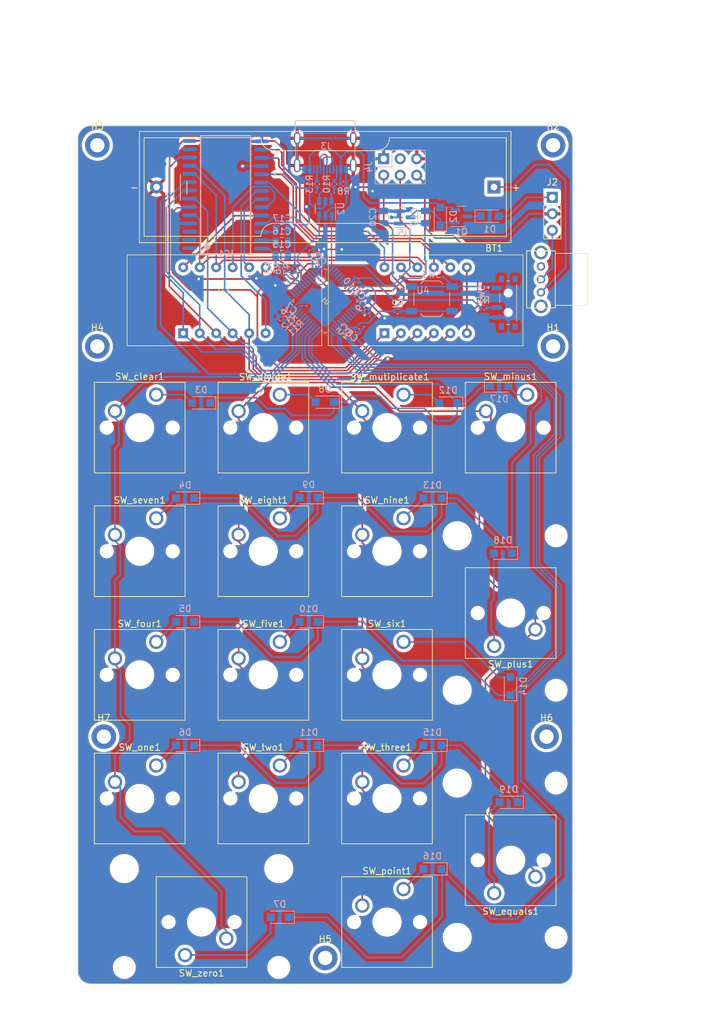
<source format=kicad_pcb>
(kicad_pcb (version 20221018) (generator pcbnew)
  (layers (0 "F.Cu" signal) (31 "B.Cu" signal) (34 "B.Paste" user) (35 "F.Paste" user) (36 "B.SilkS" user "B.Silkscreen") (37 "F.SilkS" user "F.Silkscreen") (38 "B.Mask" user) (39 "F.Mask" user) (44 "Edge.Cuts" user))
  (net 0 "")
  (net 1 "Net-(BT1-+)")
  (net 2 "+3V3")
  (net 3 "NRST")
  (net 4 "STB")
  (net 5 "CLK")
  (net 6 "DIO")
  (net 7 "+5V")
  (net 8 "Net-(D1-K)")
  (net 9 "Net-(D1-A)")
  (net 10 "vbus")
  (net 11 "row0")
  (net 12 "Net-(D3-A)")
  (net 13 "row1")
  (net 14 "Net-(D4-A)")
  (net 15 "row2")
  (net 16 "Net-(D5-A)")
  (net 17 "row3")
  (net 18 "Net-(D6-A)")
  (net 19 "row4")
  (net 20 "Net-(D7-A)")
  (net 21 "Net-(D8-A)")
  (net 22 "Net-(D9-A)")
  (net 23 "Net-(D10-A)")
  (net 24 "Net-(D11-A)")
  (net 25 "Net-(D12-A)")
  (net 26 "Net-(D13-A)")
  (net 27 "Net-(D14-A)")
  (net 28 "Net-(D15-A)")
  (net 29 "Net-(D16-A)")
  (net 30 "Net-(D17-A)")
  (net 31 "Net-(D18-A)")
  (net 32 "Net-(D19-A)")
  (net 36 "GR1")
  (net 37 "GR2")
  (net 38 "GR3")
  (net 39 "GR4")
  (net 40 "GR5")
  (net 41 "GR6")
  (net 42 "GR7")
  (net 43 "GR8")
  (net 46 "SEG8")
  (net 47 "SEG7")
  (net 48 "SEG6")
  (net 49 "SEG5")
  (net 50 "SEG4")
  (net 51 "SEG3")
  (net 52 "SEG2")
  (net 53 "SEG1")
  (net 55 "Net-(J3-CC1)")
  (net 56 "DBUS+")
  (net 57 "DBUS-")
  (net 59 "Net-(J3-CC2)")
  (net 61 "BOOT0")
  (net 62 "usb_check_mcu")
  (net 63 "col0")
  (net 64 "col1")
  (net 65 "col3")
  (net 66 "col2")
  (net 67 "D-")
  (net 68 "D+")
  (net 80 "SWDIO")
  (net 89 "SWCLK")
  (net 91 "GND")
  (net 92 "Net-(J2-Pin_3)")
  (net 93 "Net-(SW2-B)")
  (net 94 "Net-(R2-Pad1)")
  (footprint "Connector_PinHeader_2.54mm:PinHeader_1x03_P2.54mm_Vertical" (layer "F.Cu") (at 120.715 69.285)
    (fp_text reference "J2")
    (fp_text value "Conn_01x03")
  )
  (footprint "georgs_lib:geo1.00u_PCB" (layer "F.Cu") (at 78.74 137.795)
    (fp_text reference "SW_five1")
    (fp_text value "SW_SPST")
  )
  (footprint "georgs_lib:geo2.00u_PCB" (layer "F.Cu") (at 64.135 186.055 180)
    (fp_text reference "SW_zero1")
    (fp_text value "SW_SPST")
  )
  (footprint "georgs_lib:geo1.00u_PCB" (layer "F.Cu") (at 78.74 156.845)
    (fp_text reference "SW_two1")
    (fp_text value "SW_SPST")
  )
  (footprint "MountingHole:MountingHole_2.2mm_M2_DIN965_Pad" (layer "F.Cu") (at 120.825 61.25)
    (fp_text reference "H2")
    (fp_text value "MountingHole_Pad")
  )
  (footprint "georgs_lib:geo1.00u_PCB" (layer "F.Cu") (at 97.79 156.845)
    (fp_text reference "SW_three1")
    (fp_text value "SW_SPST")
  )
  (footprint "georgs_lib:geo1.00u_PCB" (layer "F.Cu") (at 78.74 99.695)
    (fp_text reference "SW_divide1")
    (fp_text value "SW_SPST")
  )
  (footprint "MountingHole:MountingHole_2.2mm_M2_DIN965_Pad" (layer "F.Cu") (at 50.625 61.25)
    (fp_text reference "H3")
    (fp_text value "MountingHole_Pad")
  )
  (footprint "georgs_lib:geo1.00u_PCB" (layer "F.Cu") (at 59.69 137.795)
    (fp_text reference "SW_four1")
    (fp_text value "SW_SPST")
  )
  (footprint "Battery:BatteryHolder_Keystone_2460_1xAA" (layer "F.Cu") (at 85.725 59.25 180)
    (fp_text reference "BT1")
    (fp_text value "Battery_Cell")
  )
  (footprint "georgs_lib:geo1.00u_PCB" (layer "F.Cu") (at 97.79 175.895)
    (fp_text reference "SW_point1")
    (fp_text value "SW_SPST")
  )
  (footprint "georgs_lib:geo2.00u_Vertical_PCB" (layer "F.Cu") (at 111.76 138.43 180)
    (fp_text reference "SW_plus1")
    (fp_text value "SW_SPST")
  )
  (footprint "georgs_lib:7seg_sr410361n" (layer "F.Cu") (at 86.2 92.15)
    (fp_text reference "U4")
    (fp_text value "CC56-12GWA")
  )
  (footprint "georgs_lib:geo1.00u_PCB" (layer "F.Cu") (at 47.625 95.25)
    (fp_text reference "SW_clear1")
    (fp_text value "SW_SPST")
  )
  (footprint "MountingHole:MountingHole_2.2mm_M2_DIN965_Pad" (layer "F.Cu") (at 120.825 92.25)
    (fp_text reference "H1")
    (fp_text value "MountingHole_Pad")
  )
  (footprint "MountingHole:MountingHole_2.2mm_M2_DIN965_Pad" (layer "F.Cu") (at 51.625 152.4)
    (fp_text reference "H7")
    (fp_text value "MountingHole_Pad")
  )
  (footprint "georgs_lib:geo2.00u_Vertical_PCB" (layer "F.Cu") (at 111.76 176.53 180)
    (fp_text reference "SW_equals1")
    (fp_text value "SW_SPST")
  )
  (footprint "georgs_lib:geo1.00u_PCB" (layer "F.Cu") (at 116.84 99.695)
    (fp_text reference "SW_minus1")
    (fp_text value "SW_SPST")
  )
  (footprint "MountingHole:MountingHole_2.2mm_M2_DIN965_Pad" (layer "F.Cu") (at 50.625 92.25)
    (fp_text reference "H4")
    (fp_text value "MountingHole_Pad")
  )
  (footprint "georgs_lib:geo1.00u_PCB" (layer "F.Cu") (at 97.79 137.795)
    (fp_text reference "SW_six1")
    (fp_text value "SW_SPST")
  )
  (footprint "georgs_lib:geo1.00u_PCB" (layer "F.Cu") (at 78.74 118.745)
    (fp_text reference "SW_eight1")
    (fp_text value "SW_SPST")
  )
  (footprint "MountingHole:MountingHole_2.2mm_M2_DIN965_Pad" (layer "F.Cu") (at 85.725 186.5)
    (fp_text reference "H5")
    (fp_text value "MountingHole_Pad")
  )
  (footprint "georgs_lib:geo1.00u_PCB" (layer "F.Cu") (at 59.69 156.845)
    (fp_text reference "SW_one1")
    (fp_text value "SW_SPST")
  )
  (footprint "georgs_lib:SK12D07VG4_slider" (layer "F.Cu") (at 118.965 81.93 90)
    (fp_text reference "SW1")
    (fp_text value "batter_switch")
  )
  (footprint "georgs_lib:geo1.00u_PCB" (layer "F.Cu") (at 97.79 99.695)
    (fp_text reference "SW_mutiplicate1")
    (fp_text value "SW_SPST")
  )
  (footprint "MountingHole:MountingHole_2.2mm_M2_DIN965_Pad" (layer "F.Cu") (at 119.825 152.4)
    (fp_text reference "H6")
    (fp_text value "MountingHole_Pad")
  )
  (footprint "georgs_lib:geo1.00u_PCB" (layer "F.Cu") (at 97.79 118.745)
    (fp_text reference "SW_nine1")
    (fp_text value "SW_SPST")
  )
  (footprint "georgs_lib:7seg_sr410361n" (layer "F.Cu") (at 55.2 92.15)
    (fp_text reference "U3")
    (fp_text value "CC56-12GWA")
  )
  (footprint "georgs_lib:geo1.00u_PCB" (layer "F.Cu") (at 59.69 118.745)
    (fp_text reference "SW_seven1")
    (fp_text value "SW_SPST")
  )
  (footprint "Diode_SMD:Nexperia_CFP3_SOD-123W" (layer "B.Cu") (at 113.1093 124.1226 180)
    (fp_text reference "D18")
    (fp_text value "1N4148")
  )
  (footprint "Package_TO_SOT_SMD:SOT-23" (layer "B.Cu") (at 106.7025 72.22)
    (fp_text reference "Q1")
    (fp_text value "p channel mosfet sot 23")
  )
  (footprint "Diode_SMD:Nexperia_CFP3_SOD-123W" (layer "B.Cu") (at 114.265 144.62 90)
    (fp_text reference "D14")
    (fp_text value "1N4148")
  )
  (footprint "Diode_SMD:Nexperia_CFP3_SOD-123W" (layer "B.Cu") (at 83.1825 115.57 180)
    (fp_text reference "D9")
    (fp_text value "1N4148")
  )
  (footprint "Package_TO_SOT_SMD:SOT-23-6" (layer "B.Cu") (at 85.745 71.03 90)
    (fp_text reference "U2")
    (fp_text value "USBLC6-2SC6")
  )
  (footprint "Capacitor_SMD:C_0402_1005Metric" (layer "B.Cu") (at 79.525 80.24 -90)
    (fp_text reference "R6")
    (fp_text value "10K")
  )
  (footprint "Diode_SMD:Nexperia_CFP3_SOD-123W" (layer "B.Cu") (at 103.465 72.22 90)
    (fp_text reference "D2")
    (fp_text value "1n4001")
  )
  (footprint "Diode_SMD:Nexperia_CFP3_SOD-123W" (layer "B.Cu") (at 111.0675 72.19)
    (fp_text reference "D1")
    (fp_text value "schottky diode ")
  )
  (footprint "Capacitor_SMD:C_0402_1005Metric" (layer "B.Cu") (at 84.265 78.48 45)
    (fp_text reference "C1")
    (fp_text value "100n")
  )
  (footprint "Capacitor_SMD:C_0402_1005Metric" (layer "B.Cu") (at 87.115 67.23 -90)
    (fp_text reference "R10")
    (fp_text value "5k1")
  )
  (footprint "Capacitor_SMD:C_0402_1005Metric" (layer "B.Cu") (at 89.915 91.14 -135)
    (fp_text reference "C4")
    (fp_text value "1u")
  )
  (footprint "Connector_PinHeader_2.54mm:PinHeader_2x03_P2.54mm_Vertical" (layer "B.Cu") (at 94.74 63.335 -90)
    (fp_text reference "J4")
    (fp_text value "Conn_02x03_Odd_Even")
  )
  (footprint "Capacitor_SMD:C_0805_2012Metric" (layer "B.Cu") (at 101.1925 72.31 -90)
    (fp_text reference "C19")
    (fp_text value "1u")
  )
  (footprint "Diode_SMD:Nexperia_CFP3_SOD-123W" (layer "B.Cu") (at 64.1449 115.6394 180)
    (fp_text reference "D4")
    (fp_text value "1N4148")
  )
  (footprint "Capacitor_SMD:C_0402_1005Metric" (layer "B.Cu") (at 83.565 77.75 45)
    (fp_text reference "C2")
    (fp_text value "4.7u")
  )
  (footprint "Connector_USB:USB_C_Receptacle_G-Switch_GT-USB-7010ASV" (layer "B.Cu") (at 85.725 61.25)
    (fp_text reference "J3")
    (fp_text value "C5307759")
  )
  (footprint "Capacitor_SMD:C_0805_2012Metric" (layer "B.Cu") (at 94.7425 72.33 -90)
    (fp_text reference "C20")
    (fp_text value "1u")
  )
  (footprint "Diode_SMD:Nexperia_CFP3_SOD-123W" (layer "B.Cu") (at 104.675 100.99 180)
    (fp_text reference "D12")
    (fp_text value "1N4148")
  )
  (footprint "Capacitor_SMD:C_0402_1005Metric" (layer "B.Cu") (at 78.195 80.23 -90)
    (fp_text reference "R5")
    (fp_text value "10K")
  )
  (footprint "Capacitor_SMD:C_0805_2012Metric" (layer "B.Cu") (at 79.065 74.19 180)
    (fp_text reference "C17")
    (fp_text value "100pF")
  )
  (footprint "Diode_SMD:Nexperia_CFP3_SOD-123W" (layer "B.Cu") (at 112.5275 98.35)
    (fp_text reference "D17")
    (fp_text value "1N4148")
  )
  (footprint "Capacitor_SMD:C_0805_2012Metric" (layer "B.Cu") (at 79.025 78.22 180)
    (fp_text reference "C15")
    (fp_text value "100pF")
  )
  (footprint "Diode_SMD:Nexperia_CFP3_SOD-123W" (layer "B.Cu") (at 64.1449 134.6894 180)
    (fp_text reference "D5")
    (fp_text value "1N4148")
  )
  (footprint "Package_TO_SOT_SMD:SOT-23" (layer "B.Cu") (at 97.9425 72.37)
    (fp_text reference "U5")
    (fp_text value "XC6206P332MR ")
  )
  (footprint "Button_Switch_SMD:SW_SPST_TL3342" (layer "B.Cu") (at 102.145 84.92 180)
    (fp_text reference "SW3")
    (fp_text value "Reset")
  )
  (footprint "Diode_SMD:Nexperia_CFP3_SOD-123W" (layer "B.Cu") (at 114.0023 162.5203 180)
    (fp_text reference "D19")
    (fp_text value "1N4148")
  )
  (footprint "Capacitor_SMD:C_0402_1005Metric" (layer "B.Cu") (at 110.145 86.29 180)
    (fp_text reference "R1")
    (fp_text value "10k")
  )
  (footprint "Capacitor_SMD:C_0402_1005Metric" (layer "B.Cu") (at 84.475 67.23 -90)
    (fp_text reference "R13")
    (fp_text value "5k1")
  )
  (footprint "georgs_lib:ss-1290" (layer "B.Cu") (at 113.925 85.52 -90)
    (fp_text reference "SW2")
    (fp_text value "SS-1290")
  )
  (footprint "Capacitor_SMD:C_0402_1005Metric" (layer "B.Cu") (at 91.875 83.37 -45)
    (fp_text reference "C3")
    (fp_text value "100n")
  )
  (footprint "Diode_SMD:Nexperia_CFP3_SOD-123W" (layer "B.Cu") (at 66.6225 100.96 180)
    (fp_text reference "D3")
    (fp_text value "1N4148")
  )
  (footprint "Capacitor_SMD:C_0402_1005Metric" (layer "B.Cu") (at 80.365 88.6 45)
    (fp_text reference "R11")
    (fp_text value "2k")
  )
  (footprint "Capacitor_SMD:C_0805_2012Metric" (layer "B.Cu") (at 79.045 76.2 180)
    (fp_text reference "C16")
    (fp_text value "100pF")
  )
  (footprint "georgs_lib:STM32L072CBT6" (layer "B.Cu") (at 85.725 85.25 135)
    (fp_text reference "U1")
    (fp_text value "STM32F072CBT6")
  )
  (footprint "Capacitor_SMD:C_0402_1005Metric" (layer "B.Cu") (at 96.875 86.86 180)
    (fp_text reference "R2")
    (fp_text value "100")
  )
  (footprint "georgs_lib:SOP28 tm1638" (layer "B.Cu") (at 70.385 68.88)
    (fp_text reference "IC1")
    (fp_text value "TM1638")
  )
  (footprint "Diode_SMD:Nexperia_CFP3_SOD-123W" (layer "B.Cu") (at 102.2449 172.7894 180)
    (fp_text reference "D16")
    (fp_text value "1N4148")
  )
  (footprint "Diode_SMD:Nexperia_CFP3_SOD-123W" (layer "B.Cu") (at 85.6525 100.85 180)
    (fp_text reference "D8")
    (fp_text value "1N4148")
  )
  (footprint "Diode_SMD:Nexperia_CFP3_SOD-123W" (layer "B.Cu") (at 83.1949 153.7394 180)
    (fp_text reference "D11")
    (fp_text value "1N4148")
  )
  (footprint "Diode_SMD:Nexperia_CFP3_SOD-123W" (layer "B.Cu") (at 102.2449 153.7394 180)
    (fp_text reference "D15")
    (fp_text value "1N4148")
  )
  (footprint "Capacitor_SMD:C_0402_1005Metric" (layer "B.Cu") (at 81.015 80.28 -90)
    (fp_text reference "R7")
    (fp_text value "10K")
  )
  (footprint "Diode_SMD:Nexperia_CFP3_SOD-123W" (layer "B.Cu") (at 83.1949 134.6894 180)
    (fp_text reference "D10")
    (fp_text value "1N4148")
  )
  (footprint "Capacitor_SMD:C_0402_1005Metric" (layer "B.Cu") (at 79.665 87.25 135)
    (fp_text reference "C7")
    (fp_text value "4.7u")
  )
  (footprint "Capacitor_SMD:C_0402_1005Metric" (layer "B.Cu") (at 81.055 89.3 -135)
    (fp_text reference "R12")
    (fp_text value "1k")
  )
  (footprint "Diode_SMD:Nexperia_CFP3_SOD-123W" (layer "B.Cu") (at 64.1449 153.7394 180)
    (fp_text reference "D6")
    (fp_text value "1N4148")
  )
  (footprint "Capacitor_SMD:C_0402_1005Metric" (layer "B.Cu") (at 78.964411 87.969411 135)
    (fp_text reference "C6")
    (fp_text value "100n")
  )
  (footprint "Capacitor_SMD:C_0402_1005Metric" (layer "B.Cu") (at 90.675 89.78 -45)
    (fp_text reference "C8")
    (fp_text value "0.1uF")
  )
  (footprint "Diode_SMD:Nexperia_CFP3_SOD-123W" (layer "B.Cu") (at 78.7301 180.2308 180)
    (fp_text reference "D7")
    (fp_text value "1N4148")
  )
  (footprint "Diode_SMD:Nexperia_CFP3_SOD-123W" (layer "B.Cu") (at 102.2449 115.6394 180)
    (fp_text reference "D13")
    (fp_text value "1N4148")
  )
  (footprint "Capacitor_SMD:C_0402_1005Metric" (layer "B.Cu") (at 88.545 67.19)
    (fp_text reference "R8")
    (fp_text value "10k")
  )
  (footprint "Capacitor_SMD:C_0402_1005Metric" (layer "B.Cu") (at 90.574411 82.059411 -45)
    (fp_text reference "C10")
    (fp_text value "0.1uF")
  )
  (footprint "Capacitor_SMD:C_0402_1005Metric" (layer "B.Cu") (at 89.185 90.42 -135)
    (fp_text reference "C5")
    (fp_text value "10n")
  )
  (footprint "Capacitor_SMD:C_0402_1005Metric" (layer "B.Cu") (at 92.115 86.88 -135)
    (fp_text reference "C9")
    (fp_text value "100n")
  )
  (gr_arc (start 123.825 188.5) (mid 123.239214 189.914214) (end 121.825 190.5) (stroke (width 0.1)) (layer "Edge.Cuts"))
  (gr_arc (start 121.825 58.25) (mid 123.239214 58.835786) (end 123.825 60.25) (stroke (width 0.1)) (layer "Edge.Cuts"))
  (gr_line (start 121.825 58.25) (end 49.625 58.25) (stroke (width 0.1)) (layer "Edge.Cuts"))
  (gr_arc (start 47.625 60.25) (mid 48.210786 58.835786) (end 49.625 58.25) (stroke (width 0.1)) (layer "Edge.Cuts"))
  (gr_line (start 47.625 60.25) (end 47.625 188.5) (stroke (width 0.1)) (layer "Edge.Cuts"))
  (gr_line (start 123.825 60.25) (end 123.825 188.5) (stroke (width 0.1)) (layer "Edge.Cuts"))
  (gr_arc (start 49.625 190.5) (mid 48.210786 189.914214) (end 47.625 188.5) (stroke (width 0.1)) (layer "Edge.Cuts"))
  (gr_line (start 121.825 190.5) (end 49.625 190.5) (stroke (width 0.1)) (layer "Edge.Cuts"))
  (segment (start 122.755 80.14) (end 122.755 66.72) (width 0.25) (layer "B.Cu") (net 1))
  (segment (start 120.255 64.22) (end 118.095 64.22) (width 0.25) (layer "B.Cu") (net 1))
  (segment (start 118.965 83.93) (end 122.755 80.14) (width 0.25) (layer "B.Cu") (net 1))
  (segment (start 122.755 66.72) (end 120.255 64.22) (width 0.25) (layer "B.Cu") (net 1))
  (segment (start 118.095 64.22) (end 114.62 67.695) (width 0.25) (layer "B.Cu") (net 1))
  (segment (start 114.62 67.695) (end 111.725 67.695) (width 0.25) (layer "B.Cu") (net 1))
  (segment (start 81.485 81.6) (end 81.245 81.84) (width 0.25) (layer "F.Cu") (net 2))
  (segment (start 83.079022 79.503469) (end 81.532491 81.05) (width 0.25) (layer "F.Cu") (net 2))
  (segment (start 80.205 82.88) (end 78.065 82.88) (width 0.25) (layer "F.Cu") (net 2))
  (segment (start 88.285 77.31) (end 85.605 77.31) (width 0.25) (layer "F.Cu") (net 2))
  (segment (start 91.915 85.21) (end 92.175 85.21) (width 0.25) (layer "F.Cu") (net 2))
  (segment (start 81.532491 81.05) (end 81.532491 81.552509) (width 0.25) (layer "F.Cu") (net 2))
  (segment (start 75.005 81.87) (end 75.105 81.77) (width 0.25) (layer "F.Cu") (net 2))
  (segment (start 78.065 82.88) (end 78.045 82.86) (width 0.25) (layer "F.Cu") (net 2))
  (segment (start 81.532491 81.552509) (end 81.485 81.6) (width 0.25) (layer "F.Cu") (net 2))
  (segment (start 90.405 67.7) (end 92.375 67.7) (width 0.25) (layer "F.Cu") (net 2))
  (segment (start 92.175 85.21) (end 94.885 87.92) (width 0.25) (layer "F.Cu") (net 2))
  (segment (start 80.154477 81.580523) (end 80.413954 81.84) (width 0.25) (layer "F.Cu") (net 2))
  (segment (start 80.413954 81.84) (end 81.245 81.84) (width 0.25) (layer "F.Cu") (net 2))
  (segment (start 92.375 67.7) (end 93.005 68.33) (width 0.25) (layer "F.Cu") (net 2))
  (segment (start 85.605 77.31) (end 85.535 77.24) (width 0.25) (layer "F.Cu") (net 2))
  (segment (start 81.245 81.84) (end 80.205 82.88) (width 0.25) (layer "F.Cu") (net 2))
  (segment (start 66.245 81.87) (end 75.005 81.87) (width 0.25) (layer "F.Cu") (net 2))
  (segment (start 84.2395 79.503469) (end 83.079022 79.503469) (width 0.25) (layer "F.Cu") (net 2))
  (via (at 78.045 82.86) (size 0.8) (drill 0.4) (layers "F.Cu" "B.Cu") (net 2))
  (via (at 90.405 67.7) (size 0.8) (drill 0.4) (layers "F.Cu" "B.Cu") (net 2))
  (via (at 94.885 87.92) (size 0.8) (drill 0.4) (layers "F.Cu" "B.Cu") (net 2))
  (via (at 88.285 77.31) (size 0.8) (drill 0.4) (layers "F.Cu" "B.Cu") (net 2))
  (via (at 75.105 81.77) (size 0.8) (drill 0.4) (layers "F.Cu" "B.Cu") (net 2))
  (via (at 66.245 81.87) (size 0.8) (drill 0.4) (layers "F.Cu" "B.Cu") (net 2))
  (via (at 93.005 68.33) (size 0.8) (drill 0.4) (layers "F.Cu" "B.Cu") (net 2))
  (via micro (at 84.2395 79.503469) (size 0.3) (drill 0.1) (layers "F.Cu" "B.Cu") (net 2))
  (via (at 85.535 77.24) (size 0.8) (drill 0.4) (layers "F.Cu" "B.Cu") (net 2))
  (via (at 91.915 85.21) (size 0.8) (drill 0.4) (layers "F.Cu" "B.Cu") (net 2))
  (via micro (at 80.154477 81.580523) (size 0.3) (drill 0.1) (layers "F.Cu" "B.Cu") (net 2))
  (via micro (at 81.532491 81.05) (size 0.3) (drill 0.1) (layers "F.Cu" "B.Cu") (net 2))
  (segment (start 92.214411 83.709411) (end 91.677914 84.245908) (width 0.25) (layer "B.Cu") (net 2))
  (segment (start 78.625 87.63) (end 78.625 87.611178) (width 0.25) (layer "B.Cu") (net 2))
  (segment (start 83.904411 77.410589) (end 83.904411 77.440589) (width 0.25) (layer "B.Cu") (net 2))
  (segment (start 79.525 80.951046) (end 80.154477 81.580523) (width 0.25) (layer "B.Cu") (net 2))
  (segment (start 89.565589 91.479411) (end 88.845589 90.759411) (width 0.25) (layer "B.Cu") (net 2))
  (segment (start 81.520865 85.565048) (end 80.831821 86.254092) (width 0.25) (layer "B.Cu") (net 2))
  (segment (start 84.720908 79.43) (end 84.720908 80.356821) (width 0.25) (layer "B.Cu") (net 2))
  (segment (start 87.789752 89.082519) (end 84.272281 85.565048) (width 0.25) (layer "B.Cu") (net 2))
  (segment (start 87.789752 89.082519) (end 88.845589 90.138356) (width 0.25) (layer "B.Cu") (net 2))
  (segment (start 91.770208 85.354792) (end 91.915 85.21) (width 0.25) (layer "B.Cu") (net 2))
  (segment (start 84.720908 79.43) (end 84.312969 79.43) (width 0.25) (layer "B.Cu") (net 2))
  (segment (start 81.242491 80.76) (end 81.532491 81.05) (width 0.25) (layer "B.Cu") (net 2))
  (segment (start 79.525 80.72) (end 79.525 80.951046) (width 0.25) (layer "B.Cu") (net 2))
  (segment (start 84.604411 78.140589) (end 84.720908 78.257086) (width 0.25) (layer "B.Cu") (net 2))
  (segment (start 91.775589 87.219411) (end 91.583498 87.219411) (width 0.25) (layer "B.Cu") (net 2))
  (segment (start 94.7825 71.42) (end 94.7425 71.38) (width 0.25) (layer "B.Cu") (net 2))
  (segment (start 84.272281 85.565048) (end 81.520865 85.565048) (width 0.25) (layer "B.Cu") (net 2))
  (segment (start 79.325589 86.910589) (end 79.982086 86.254092) (width 0.25) (layer "B.Cu") (net 2))
  (segment (start 91.677914 84.245908) (end 90.618179 84.245908) (width 0.25) (layer "B.Cu") (net 2))
  (segment (start 91.583498 87.219411) (end 90.618179 86.254092) (width 0.25) (layer "B.Cu") (net 2))
  (segment (start 91.770208 87.21403) (end 91.770208 85.354792) (width 0.25) (layer "B.Cu") (net 2))
  (segment (start 81.015 80.76) (end 81.242491 80.76) (width 0.25) (layer "B.Cu") (net 2))
  (segment (start 84.720908 78.257086) (end 84.720908 79.43) (width 0.25) (layer "B.Cu") (net 2))
  (segment (start 84.312969 79.43) (end 84.2395 79.503469) (width 0.25) (layer "B.Cu") (net 2))
  (segment (start 96.805 71.42) (end 94.7825 71.42) (width 0.25) (layer "B.Cu") (net 2))
  (segment (start 88.845589 90.138356) (end 88.845589 90.759411) (width 0.25) (layer "B.Cu") (net 2))
  (segment (start 91.775589 87.219411) (end 91.770208 87.21403) (width 0.25) (layer "B.Cu") (net 2))
  (segment (start 83.904411 77.440589) (end 84.604411 78.140589) (width 0.25) (layer "B.Cu") (net 2))
  (segment (start 78.625 87.611178) (end 79.325589 86.910589) (width 0.25) (layer "B.Cu") (net 2))
  (segment (start 79.982086 86.254092) (end 80.831821 86.254092) (width 0.25) (layer "B.Cu") (net 2))
  (segment (start 97.825 83.16) (end 97.825 84.9) (width 0.25) (layer "F.Cu") (net 3))
  (segment (start 94.74 72.855) (end 96.105 74.22) (width 0.25) (layer "F.Cu") (net 3))
  (segment (start 94.74 65.875) (end 94.74 72.855) (width 0.25) (layer "F.Cu") (net 3))
  (segment (start 97.825 84.9) (end 97.125 85.6) (width 0.25) (layer "F.Cu") (net 3))
  (segment (start 96.335 81.67) (end 97.825 83.16) (width 0.25) (layer "F.Cu") (net 3))
  (via micro (at 96.105 74.22) (size 0.3) (drill 0.1) (layers "F.Cu" "B.Cu") (net 3))
  (via micro (at 97.125 85.6) (size 0.3) (drill 0.1) (layers "F.Cu" "B.Cu") (net 3))
  (via micro (at 96.335 81.67) (size 0.3) (drill 0.1) (layers "F.Cu" "B.Cu") (net 3))
  (segment (start 92.355 88.64) (end 91.136178 88.64) (width 0.25) (layer "B.Cu") (net 3))
  (segment (start 96.395 86.33) (end 96.395 86.86) (width 0.25) (layer "B.Cu") (net 3))
  (segment (start 91.136178 88.64) (end 90.335589 89.440589) (width 0.25) (layer "B.Cu") (net 3))
  (segment (start 97.125 85.6) (end 96.395 86.33) (width 0.25) (layer "B.Cu") (net 3))
  (segment (start 94.135 86.86) (end 92.355 88.64) (width 0.25) (layer "B.Cu") (net 3))
  (segment (start 96.395 86.86) (end 94.135 86.86) (width 0.25) (layer "B.Cu") (net 3))
  (segment (start 89.517833 89.396386) (end 90.291386 89.396386) (width 0.25) (layer "B.Cu") (net 3))
  (segment (start 88.496859 88.375412) (end 89.517833 89.396386) (width 0.25) (layer "B.Cu") (net 3))
  (segment (start 96.105 81.44) (end 96.335 81.67) (width 0.25) (layer "B.Cu") (net 3))
  (segment (start 90.291386 89.396386) (end 90.335589 89.440589) (width 0.25) (layer "B.Cu") (net 3))
  (segment (start 96.105 74.22) (end 96.105 81.44) (width 0.25) (layer "B.Cu") (net 3))
  (segment (start 78.075 79.4) (end 78.435 79.76) (width 0.25) (layer "B.Cu") (net 4))
  (segment (start 80.375 82.56) (end 81.267233 82.56) (width 0.25) (layer "B.Cu") (net 4))
  (segment (start 78.195 79.75) (end 78.625 79.75) (width 0.25) (layer "B.Cu") (net 4))
  (segment (start 78.075 78.22) (end 78.075 79.4) (width 0.25) (layer "B.Cu") (net 4))
  (segment (start 77.02 77.165) (end 78.075 78.22) (width 0.25) (layer "B.Cu") (net 4))
  (segment (start 78.89 80.015) (end 78.89 81.075) (width 0.25) (layer "B.Cu") (net 4))
  (segment (start 75.935 77.165) (end 77.02 77.165) (width 0.25) (layer "B.Cu") (net 4))
  (segment (start 78.625 79.75) (end 78.89 80.015) (width 0.25) (layer "B.Cu") (net 4))
  (segment (start 78.89 81.075) (end 80.375 82.56) (width 0.25) (layer "B.Cu") (net 4))
  (segment (start 81.267233 82.56) (end 81.892481 83.185248) (width 0.25) (layer "B.Cu") (net 4))
  (segment (start 81.52434 82.11) (end 82.246035 82.831695) (width 0.25) (layer "B.Cu") (net 5))
  (segment (start 75.935 75.895) (end 77.79 75.895) (width 0.25) (layer "B.Cu") (net 5))
  (segment (start 81.355 82.11) (end 81.52434 82.11) (width 0.25) (layer "B.Cu") (net 5))
  (segment (start 78.9 77.005) (end 78.9 79.255) (width 0.25) (layer "B.Cu") (net 5))
  (segment (start 79.02 79.255) (end 79.525 79.76) (width 0.25) (layer "B.Cu") (net 5))
  (segment (start 80.38 81.135) (end 81.355 82.11) (width 0.25) (layer "B.Cu") (net 5))
  (segment (start 80.38 80.607391) (end 80.38 81.135) (width 0.25) (layer "B.Cu") (net 5))
  (segment (start 78.9 79.255) (end 79.02 79.255) (width 0.25) (layer "B.Cu") (net 5))
  (segment (start 78.095 76.2) (end 78.9 77.005) (width 0.25) (layer "B.Cu") (net 5))
  (segment (start 77.79 75.895) (end 78.095 76.2) (width 0.25) (layer "B.Cu") (net 5))
  (segment (start 79.532609 79.76) (end 80.38 80.607391) (width 0.25) (layer "B.Cu") (net 5))
  (segment (start 79.525 79.76) (end 79.532609 79.76) (width 0.25) (layer "B.Cu") (net 5))
  (segment (start 82.006991 80.784382) (end 82.006991 81.885544) (width 0.25) (layer "B.Cu") (net 6))
  (segment (start 77.68 74.625) (end 78.115 74.19) (width 0.25) (layer "B.Cu") (net 6))
  (segment (start 81.015 79.8) (end 81.022609 79.8) (width 0.25) (layer "B.Cu") (net 6))
  (segment (start 79.165 73.14) (end 80.505 73.14) (width 0.25) (layer "B.Cu") (net 6))
  (segment (start 75.935 74.625) (end 77.68 74.625) (width 0.25) (layer "B.Cu") (net 6))
  (segment (start 78.115 74.19) (end 79.165 73.14) (width 0.25) (layer "B.Cu") (net 6))
  (segment (start 82.006991 81.885544) (end 82.599588 82.478141) (width 0.25) (layer "B.Cu") (net 6))
  (segment (start 81.015 73.65) (end 81.015 79.8) (width 0.25) (layer "B.Cu") (net 6))
  (segment (start 80.505 73.14) (end 81.015 73.65) (width 0.25) (layer "B.Cu") (net 6))
  (segment (start 81.022609 79.8) (end 82.006991 80.784382) (width 0.25) (layer "B.Cu") (net 6))
  (segment (start 103.465 73.62) (end 103.465 72.69) (width 0.25) (layer "B.Cu") (net 7))
  (segment (start 99.755 71.36) (end 101.1925 71.36) (width 0.25) (layer "B.Cu") (net 7))
  (segment (start 99.08 72.035) (end 99.755 71.36) (width 0.25) (layer "B.Cu") (net 7))
  (segment (start 99.08 72.37) (end 99.08 72.035) (width 0.25) (layer "B.Cu") (net 7))
  (segment (start 105.765 73.17) (end 103.915 73.17) (width 0.25) (layer "B.Cu") (net 7))
  (segment (start 103.915 73.17) (end 103.465 73.62) (width 0.25) (layer "B.Cu") (net 7))
  (segment (start 103.465 72.69) (end 102.135 71.36) (width 0.25) (layer "B.Cu") (net 7))
  (segment (start 102.135 71.36) (end 101.1925 71.36) (width 0.25) (layer "B.Cu") (net 7))
  (segment (start 109.6375 72.22) (end 109.6675 72.19) (width 0.25) (layer "B.Cu") (net 8))
  (segment (start 107.64 72.22) (end 109.6375 72.22) (width 0.25) (layer "B.Cu") (net 8))
  (segment (start 116.82 69.285) (end 120.715 69.285) (width 0.25) (layer "B.Cu") (net 9))
  (segment (start 113.915 72.19) (end 116.82 69.285) (width 0.25) (layer "B.Cu") (net 9))
  (segment (start 112.4675 72.19) (end 113.915 72.19) (width 0.25) (layer "B.Cu") (net 9))
  (segment (start 77.985 60.58) (end 78.135 60.73) (width 0.25) (layer "F.Cu") (net 10))
  (segment (start 63.805 60.58) (end 77.985 60.58) (width 0.25) (layer "F.Cu") (net 10))
  (segment (start 61.755 63.67) (end 61.755 62.63) (width 0.25) (layer "F.Cu") (net 10))
  (segment (start 61.755 62.63) (end 63.805 60.58) (width 0.25) (layer "F.Cu") (net 10))
  (via micro (at 61.755 63.67) (size 0.3) (drill 0.1) (layers "F.Cu" "B.Cu") (net 10))
  (via micro (at 78.135 60.73) (size 0.3) (drill 0.1) (layers "F.Cu" "B.Cu") (net 10))
  (segment (start 84.145 70.98) (end 85.305 70.98) (width 0.25) (layer "B.Cu") (net 10))
  (segment (start 80.715589 89.639411) (end 80.715589 92.919411) (width 0.25) (layer "B.Cu") (net 10))
  (segment (start 67.765 96.49) (end 60.385 89.11) (width 0.25) (layer "B.Cu") (net 10))
  (segment (start 84.205 62.02) (end 83.325 62.9) (width 0.25) (layer "B.Cu") (net 10))
  (segment (start 91.635 62.8) (end 91.635 69.18) (width 0.25) (layer "B.Cu") (net 10))
  (segment (start 88.125 67.13) (end 88.065 67.19) (width 0.25) (layer "B.Cu") (net 10))
  (segment (start 60.385 89.11) (end 60.385 71.01) (width 0.25) (layer "B.Cu") (net 10))
  (segment (start 88.125 63.15) (end 89.015 62.26) (width 0.25) (layer "B.Cu") (net 10))
  (segment (start 86.995 62.02) (end 84.205 62.02) (width 0.25) (layer "B.Cu") (net 10))
  (segment (start 91.095 62.26) (end 91.635 62.8) (width 0.25) (layer "B.Cu") (net 10))
  (segment (start 83.325 70.16) (end 84.145 70.98) (width 0.25) (layer "B.Cu") (net 10))
  (segment (start 88.125 64.975) (end 88.125 63.15) (width 0.25) (layer "B.Cu") (net 10))
  (segment (start 60.385 69.93) (end 61.745 68.57) (width 0.25) (layer "B.Cu") (net 10))
  (segment (start 92.605 70.15) (end 102.795 70.15) (width 0.25) (layer "B.Cu") (net 10))
  (segment (start 77.145 96.49) (end 67.765 96.49) (width 0.25) (layer "B.Cu") (net 10))
  (segment (start 83.325 62.9) (end 83.325 64.975) (width 0.25) (layer "B.Cu") (net 10))
  (segment (start 83.325 67.87) (end 81.615 67.87) (width 0.25) (layer "B.Cu") (net 10))
  (segment (start 91.635 69.18) (end 92.605 70.15) (width 0.25) (layer "B.Cu") (net 10))
  (segment (start 80.715589 92.919411) (end 77.145 96.49) (width 0.25) (layer "B.Cu") (net 10))
  (segment (start 61.745 63.68) (end 61.755 63.67) (width 0.25) (layer "B.Cu") (net 10))
  (segment (start 83.325 67.87) (end 83.325 70.16) (width 0.25) (layer "B.Cu") (net 10))
  (segment (start 85.305 70.98) (end 85.745 70.54) (width 0.25) (layer "B.Cu") (net 10))
  (segment (start 105.315 70.82) (end 105.765 71.27) (width 0.25) (layer "B.Cu") (net 10))
  (segment (start 60.385 71.01) (end 60.385 69.93) (width 0.25) (layer "B.Cu") (net 10))
  (segment (start 89.015 62.26) (end 91.095 62.26) (width 0.25) (layer "B.Cu") (net 10))
  (segment (start 83.325 64.975) (end 83.325 67.87) (width 0.25) (layer "B.Cu") (net 10))
  (segment (start 85.745 70.54) (end 85.745 69.8925) (width 0.25) (layer "B.Cu") (net 10))
  (segment (start 79.335 61.93) (end 79.335 65.59) (width 0.25) (layer "B.Cu") (net 10))
  (segment (start 81.615 67.87) (end 79.335 65.59) (width 0.25) (layer "B.Cu") (net 10))
  (segment (start 102.795 70.15) (end 103.465 70.82) (width 0.25) (layer "B.Cu") (net 10))
  (segment (start 78.135 60.73) (end 79.335 61.93) (width 0.25) (layer "B.Cu") (net 10))
  (segment (start 88.125 63.15) (end 86.995 62.02) (width 0.25) (layer "B.Cu") (net 10))
  (segment (start 103.465 70.82) (end 105.315 70.82) (width 0.25) (layer "B.Cu") (net 10))
  (segment (start 88.125 64.975) (end 88.125 67.13) (width 0.25) (layer "B.Cu") (net 10))
  (segment (start 61.745 68.57) (end 61.745 63.68) (width 0.25) (layer "B.Cu") (net 10))
  (segment (start 104.975 103.73) (end 106.075 102.63) (width 0.25) (layer "B.Cu") (net 11))
  (segment (start 87.0525 100.85) (end 88.855 100.85) (width 0.25) (layer "B.Cu") (net 11))
  (segment (start 106.075 100.99) (end 107.385 100.99) (width 0.25) (layer "B.Cu") (net 11))
  (segment (start 107.385 100.99) (end 110.025 98.35) (width 0.25) (layer "B.Cu") (net 11))
  (segment (start 75.125 100.17) (end 76.795 101.84) (width 0.25) (layer "B.Cu") (net 11))
  (segment (start 106.075 102.63) (end 106.075 100.99) (width 0.25) (layer "B.Cu") (net 11))
  (segment (start 83.225 90.931981) (end 84.367355 89.789626) (width 0.25) (layer "B.Cu") (net 11))
  (segment (start 68.8125 100.17) (end 75.125 100.17) (width 0.25) (layer "B.Cu") (net 11))
  (segment (start 87.595 98.08) (end 83.225 93.71) (width 0.25) (layer "B.Cu") (net 11))
  (segment (start 83.225 93.71) (end 83.225 90.931981) (width 0.25) (layer "B.Cu") (net 11))
  (segment (start 106.075 100.99) (end 103.14 98.055) (width 0.25) (layer "B.Cu") (net 11))
  (segment (start 100.995 101.81) (end 102.915 103.73) (width 0.25) (layer "B.Cu") (net 11))
  (segment (start 87.0525 102.2625) (end 87.0525 100.85) (width 0.25) (layer "B.Cu") (net 11))
  (segment (start 110.025 98.35) (end 111.1275 98.35) (width 0.25) (layer "B.Cu") (net 11))
  (segment (start 103.14 98.055) (end 87.62 98.055) (width 0.25) (layer "B.Cu") (net 11))
  (segment (start 89.825 99.88) (end 94.065 99.88) (width 0.25) (layer "B.Cu") (net 11))
  (segment (start 87.62 98.055) (end 87.595 98.08) (width 0.25) (layer "B.Cu") (net 11))
  (segment (start 79.555 101.84) (end 80.595 102.88) (width 0.25) (layer "B.Cu") (net 11))
  (segment (start 86.435 102.88) (end 87.0525 102.2625) (width 0.25) (layer "B.Cu") (net 11))
  (segment (start 68.0225 100.96) (end 68.8125 100.17) (width 0.25) (layer "B.Cu") (net 11))
  (segment (start 80.595 102.88) (end 86.435 102.88) (width 0.25) (layer "B.Cu") (net 11))
  (segment (start 94.065 99.88) (end 95.995 101.81) (width 0.25) (layer "B.Cu") (net 11))
  (segment (start 102.915 103.73) (end 104.975 103.73) (width 0.25) (layer "B.Cu") (net 11))
  (segment (start 88.855 100.85) (end 89.825 99.88) (width 0.25) (layer "B.Cu") (net 11))
  (segment (start 95.995 101.81) (end 100.995 101.81) (width 0.25) (layer "B.Cu") (net 11))
  (segment (start 76.795 101.84) (end 79.555 101.84) (width 0.25) (layer "B.Cu") (net 11))
  (segment (start 63.9575 99.695) (end 65.2225 100.96) (width 0.25) (layer "B.Cu") (net 12))
  (segment (start 59.69 99.695) (end 63.9575 99.695) (width 0.25) (layer "B.Cu") (net 12))
  (segment (start 90.785 115.57) (end 95.995 120.78) (width 0.25) (layer "B.Cu") (net 13))
  (segment (start 84.5825 118.0025) (end 84.5825 115.57) (width 0.25) (layer "B.Cu") (net 13))
  (segment (start 114.5093 124.1226) (end 114.5093 110.1157) (width 0.25) (layer "B.Cu") (net 13))
  (segment (start 65.5449 115.6394) (end 72.5344 115.6394) (width 0.25) (layer "B.Cu") (net 13))
  (segment (start 83.675 91.189087) (end 84.720908 90.143179) (width 0.25) (layer "B.Cu") (net 13))
  (segment (start 117.385 102.21) (end 119.005 100.59) (width 0.25) (layer "B.Cu") (net 13))
  (segment (start 81.115 121.47) (end 84.5825 118.0025) (width 0.25) (layer "B.Cu") (net 13))
  (segment (start 72.5344 115.6394) (end 78.365 121.47) (width 0.25) (layer "B.Cu") (net 13))
  (segment (start 95.995 120.78) (end 101.395 120.78) (width 0.25) (layer "B.Cu") (net 13))
  (segment (start 78.365 121.47) (end 81.115 121.47) (width 0.25) (layer "B.Cu") (net 13))
  (segment (start 114.5093 110.1157) (end 117.385 107.24) (width 0.25) (layer "B.Cu") (net 13))
  (segment (start 103.6449 118.5301) (end 103.6449 115.6394) (width 0.25) (layer "B.Cu") (net 13))
  (segment (start 119.005 98.87) (end 116.505 96.37) (width 0.25) (layer "B.Cu") (net 13))
  (segment (start 117.385 107.24) (end 117.385 102.21) (width 0.25) (layer "B.Cu") (net 13))
  (segment (start 101.395 120.78) (end 103.6449 118.5301) (width 0.25) (layer "B.Cu") (net 13))
  (segment (start 106.0261 115.6394) (end 103.6449 115.6394) (width 0.25) (layer "B.Cu") (net 13))
  (segment (start 84.5825 115.57) (end 90.785 115.57) (width 0.25) (layer "B.Cu") (net 13))
  (segment (start 116.505 96.37) (end 86.521396 96.37) (width 0.25) (layer "B.Cu") (net 13))
  (segment (start 83.675 93.523604) (end 83.675 91.189087) (width 0.25) (layer "B.Cu") (net 13))
  (segment (start 119.005 100.59) (end 119.005 98.87) (width 0.25) (layer "B.Cu") (net 13))
  (segment (start 114.5093 124.1226) (end 106.0261 115.6394) (width 0.25) (layer "B.Cu") (net 13))
  (segment (start 86.521396 96.37) (end 83.675 93.523604) (width 0.25) (layer "B.Cu") (net 13))
  (segment (start 59.69 118.745) (end 62.7449 115.6901) (width 0.25) (layer "B.Cu") (net 14))
  (segment (start 62.7449 115.6901) (end 62.7449 115.6394) (width 0.25) (layer "B.Cu") (net 14))
  (segment (start 97.605 140.71) (end 106.995 140.71) (width 0.25) (layer "B.Cu") (net 15))
  (segment (start 77.585 140.13) (end 81.875 140.13) (width 0.25) (layer "B.Cu") (net 15))
  (segment (start 121.185 129.5) (end 117.835 126.15) (width 0.25) (layer "B.Cu") (net 15))
  (segment (start 90.645 95.92) (end 86.729092 92.004092) (width 0.25) (layer "B.Cu") (net 15))
  (segment (start 81.875 140.13) (end 84.5949 137.4101) (width 0.25) (layer "B.Cu") (net 15))
  (segment (start 121.185 139.1) (end 121.185 129.5) (width 0.25) (layer "B.Cu") (net 15))
  (segment (start 112.305 146.02) (end 114.265 146.02) (width 0.25) (layer "B.Cu") (net 15))
  (segment (start 117.835 126.15) (end 117.835 109.03) (width 0.25) (layer "B.Cu") (net 15))
  (segment (start 72.1444 134.6894) (end 77.585 140.13) (width 0.25) (layer "B.Cu") (net 15))
  (segment (start 84.5949 134.6894) (end 91.5844 134.6894) (width 0.25) (layer "B.Cu") (net 15))
  (segment (start 91.5844 134.6894) (end 97.605 140.71) (width 0.25) (layer "B.Cu") (net 15))
  (segment (start 65.5449 134.6894) (end 72.1444 134.6894) (width 0.25) (layer "B.Cu") (net 15))
  (segment (start 117.835 109.03) (end 121.045 105.82) (width 0.25) (layer "B.Cu") (net 15))
  (segment (start 106.995 140.71) (end 112.305 146.02) (width 0.25) (layer "B.Cu") (net 15))
  (segment (start 84.5949 137.4101) (end 84.5949 134.6894) (width 0.25) (layer "B.Cu") (net 15))
  (segment (start 114.265 146.02) (end 121.185 139.1) (width 0.25) (layer "B.Cu") (net 15))
  (segment (start 121.045 100.273604) (end 116.691396 95.92) (width 0.25) (layer "B.Cu") (net 15))
  (segment (start 121.045 105.82) (end 121.045 100.273604) (width 0.25) (layer "B.Cu") (net 15))
  (segment (start 116.691396 95.92) (end 90.645 95.92) (width 0.25) (layer "B.Cu") (net 15))
  (segment (start 86.729092 92.004092) (end 86.729092 90.143179) (width 0.25) (layer "B.Cu") (net 15))
  (segment (start 84.905 134.9995) (end 84.5949 134.6894) (width 0.25) (layer "B.Cu") (net 15))
  (segment (start 62.7449 134.7401) (end 62.7449 134.6894) (width 0.25) (layer "B.Cu") (net 16))
  (segment (start 59.69 137.795) (end 62.7449 134.7401) (width 0.25) (layer "B.Cu") (net 16))
  (segment (start 82.655 159.53) (end 84.885 157.3) (width 0.25) (layer "B.Cu") (net 17))
  (segment (start 121.495 106.006396) (end 121.495 100.087208) (width 0.25) (layer "B.Cu") (net 17))
  (segment (start 115.4023 145.519096) (end 121.635 139.286396) (width 0.25) (layer "B.Cu") (net 17))
  (segment (start 65.5449 153.7394) (end 72.3944 153.7394) (width 0.25) (layer "B.Cu") (net 17))
  (segment (start 97.415 159.62) (end 100.835 159.62) (width 0.25) (layer "B.Cu") (net 17))
  (segment (start 121.635 139.286396) (end 121.635 129.313604) (width 0.25) (layer "B.Cu") (net 17))
  (segment (start 103.6449 153.7394) (end 106.6214 153.7394) (width 0.25) (layer "B.Cu") (net 17))
  (segment (start 91.5344 153.7394) (end 97.415 159.62) (width 0.25) (layer "B.Cu") (net 17))
  (segment (start 84.885 157.3) (end 84.885 154.0295) (width 0.25) (layer "B.Cu") (net 17))
  (segment (start 116.877792 95.47) (end 90.865 95.47) (width 0.25) (layer "B.Cu") (net 17))
  (segment (start 78.185 159.53) (end 82.655 159.53) (width 0.25) (layer "B.Cu") (net 17))
  (segment (start 118.285 125.963604) (end 118.285 109.216396) (width 0.25) (layer "B.Cu") (net 17))
  (segment (start 87.675242 92.280242) (end 87.675242 90.382223) (width 0.25) (layer "B.Cu") (net 17))
  (segment (start 103.6449 156.8101) (end 103.6449 153.7394) (width 0.25) (layer "B.Cu") (net 17))
  (segment (start 72.3944 153.7394) (end 78.185 159.53) (width 0.25) (layer "B.Cu") (net 17))
  (segment (start 121.635 129.313604) (end 118.285 125.963604) (width 0.25) (layer "B.Cu") (net 17))
  (segment (start 118.285 109.216396) (end 121.495 106.006396) (width 0.25) (layer "B.Cu") (net 17))
  (segment (start 90.865 95.47) (end 87.675242 92.280242) (width 0.25) (layer "B.Cu") (net 17))
  (segment (start 84.5949 153.7394) (end 91.5344 153.7394) (width 0.25) (layer "B.Cu") (net 17))
  (segment (start 121.495 100.087208) (end 116.877792 95.47) (width 0.25) (layer "B.Cu") (net 17))
  (segment (start 87.675242 90.382223) (end 87.082645 89.789626) (width 0.25) (layer "B.Cu") (net 17))
  (segment (start 84.885 154.0295) (end 84.5949 153.7394) (width 0.25) (layer "B.Cu") (net 17))
  (segment (start 106.6214 153.7394) (end 115.4023 162.5203) (width 0.25) (layer "B.Cu") (net 17))
  (segment (start 100.835 159.62) (end 103.6449 156.8101) (width 0.25) (layer "B.Cu") (net 17))
  (segment (start 115.4023 162.5203) (end 115.4023 145.519096) (width 0.25) (layer "B.Cu") (net 17))
  (segment (start 59.69 156.845) (end 62.7449 153.7901) (width 0.25) (layer "B.Cu") (net 18))
  (segment (start 62.7449 153.7901) (end 62.7449 153.7394) (width 0.25) (layer "B.Cu") (net 18))
  (segment (start 115.8523 159.2) (end 115.8523 145.705492) (width 0.25) (layer "B.Cu") (net 19))
  (segment (start 80.1301 180.2308) (end 85.9858 180.2308) (width 0.25) (layer "B.Cu") (net 19))
  (segment (start 115.8523 145.705492) (end 122.085 139.472792) (width 0.25) (layer "B.Cu") (net 19))
  (segment (start 118.735 125.777208) (end 118.735 109.402792) (width 0.25) (layer "B.Cu") (net 19))
  (segment (start 121.945 106.192792) (end 121.945 99.900812) (width 0.25) (layer "B.Cu") (net 19))
  (segment (start 122.085 139.472792) (end 122.085 129.127208) (width 0.25) (layer "B.Cu") (net 19))
  (segment (start 80.1301 180.2308) (end 80.1301 180.5251) (width 0.25) (layer "B.Cu") (net 19))
  (segment (start 88.125242 90.125116) (end 87.436198 89.436072) (width 0.25) (layer "B.Cu") (net 19))
  (segment (start 121.945 99.900812) (end 117.064188 95.02) (width 0.25) (layer "B.Cu") (net 19))
  (segment (start 91.051396 95.02) (end 88.125242 92.093846) (width 0.25) (layer "B.Cu") (net 19))
  (segment (start 117.064188 95.02) (end 91.051396 95.02) (width 0.25) (layer "B.Cu") (net 19))
  (segment (start 92.195 186.44) (end 97.475 186.44) (width 0.25) (layer "B.Cu") (net 19))
  (segment (start 122.085 129.127208) (end 118.735 125.777208) (width 0.25) (layer "B.Cu") (net 19))
  (segment (start 103.725 180.19) (end 103.725 172.8695) (width 0.25) (layer "B.Cu") (net 19))
  (segment (start 118.735 109.402792) (end 121.945 106.192792) (width 0.25) (layer "B.Cu") (net 19))
  (segment (start 121.965 173.8) (end 121.965 165.3127) (width 0.25) (layer "B.Cu") (net 19))
  (segment (start 97.475 186.44) (end 103.725 180.19) (width 0.25) (layer "B.Cu") (net 19))
  (segment (start 121.965 165.3127) (end 115.8523 159.2) (width 0.25) (layer "B.Cu") (net 19))
  (segment (start 115.275 180.49) (end 121.965 173.8) (width 0.25) (layer "B.Cu") (net 19))
  (segment (start 88.125242 92.093846) (end 88.125242 90.125116) (width 0.25) (layer "B.Cu") (net 19))
  (segment (start 103.6449 172.7894) (end 111.3455 180.49) (width 0.25) (layer "B.Cu") (net 19))
  (segment (start 85.9858 180.2308) (end 92.195 186.44) (width 0.25) (layer "B.Cu") (net 19))
  (segment (start 103.725 172.8695) (end 103.6449 172.7894) (width 0.25) (layer "B.Cu") (net 19))
  (segment (start 111.3455 180.49) (end 115.275 180.49) (width 0.25) (layer "B.Cu") (net 19))
  (segment (start 77.3301 182.7149) (end 77.3301 180.2308) (width 0.25) (layer "B.Cu") (net 20))
  (segment (start 64.135 186.055) (end 73.99 186.055) (width 0.25) (layer "B.Cu") (net 20))
  (segment (start 73.99 186.055) (end 77.3301 182.7149) (width 0.25) (layer "B.Cu") (net 20))
  (segment (start 78.74 99.695) (end 83.0975 99.695) (width 0.25) (layer "B.Cu") (net 21))
  (segment (start 83.0975 99.695) (end 84.2525 100.85) (width 0.25) (layer "B.Cu") (net 21))
  (segment (start 78.74 118.745) (end 81.7825 115.7025) (width 0.25) (layer "B.Cu") (net 22))
  (segment (start 81.7825 115.7025) (end 81.7825 115.57) (width 0.25) (layer "B.Cu") (net 22))
  (segment (start 81.7949 134.7401) (end 81.7949 134.6894) (width 0.25) (layer "B.Cu") (net 23))
  (segment (start 78.74 137.795) (end 81.7949 134.7401) (width 0.25) (layer "B.Cu") (net 23))
  (segment (start 78.74 156.845) (end 81.7949 153.7901) (width 0.25) (layer "B.Cu") (net 24))
  (segment (start 81.7949 153.7901) (end 81.7949 153.7394) (width 0.25) (layer "B.Cu") (net 24))
  (segment (start 101.98 99.695) (end 103.275 100.99) (width 0.25) (layer "B.Cu") (net 25))
  (segment (start 97.79 99.695) (end 101.98 99.695) (width 0.25) (layer "B.Cu") (net 25))
  (segment (start 100.8449 115.6901) (end 100.8449 115.6394) (width 0.25) (layer "B.Cu") (net 26))
  (segment (start 97.79 118.745) (end 100.8449 115.6901) (width 0.25) (layer "B.Cu") (net 26))
  (segment (start 112.395 143.22) (end 114.265 143.22) (width 0.25) (layer "B.Cu") (net 27))
  (segment (start 97.79 137.795) (end 106.97 137.795) (width 0.25) (layer "B.Cu") (net 27))
  (segment (start 106.97 137.795) (end 112.395 143.22) (width 0.25) (layer "B.Cu") (net 27))
  (segment (start 97.79 156.845) (end 100.8449 153.7901) (width 0.25) (layer "B.Cu") (net 28))
  (segment (start 100.8449 153.7901) (end 100.8449 153.7394) (width 0.25) (layer "B.Cu") (net 28))
  (segment (start 100.8449 172.8401) (end 100.8449 172.7894) (width 0.25) (layer "B.Cu") (net 29))
  (segment (start 97.79 175.895) (end 100.8449 172.8401) (width 0.25) (layer "B.Cu") (net 29))
  (segment (start 115.2725 99.695) (end 113.9275 98.35) (width 0.25) (layer "B.Cu") (net 30))
  (segment (start 116.84 99.695) (end 115.2725 99.695) (width 0.25) (layer "B.Cu") (net 30))
  (segment (start 111.7093 124.1226) (end 111.7093 131.2557) (width 0.25) (layer "B.Cu") (net 31))
  (segment (start 111.7093 131.2557) (end 111.315 131.65) (width 0.25) (layer "B.Cu") (net 31))
  (segment (start 111.315 136.05) (end 111.76 136.495) (width 0.25) (layer "B.Cu") (net 31))
  (segment (start 111.76 136.495) (end 111.76 138.43) (width 0.25) (layer "B.Cu") (net 31))
  (segment (start 111.315 131.65) (end 111.315 136.05) (width 0.25) (layer "B.Cu") (net 31))
  (segment (start 110.965 173.6) (end 110.965 164.1576) (width 0.25) (layer "B.Cu") (net 32))
  (segment (start 111.76 174.395) (end 110.965 173.6) (width 0.25) (layer "B.Cu") (net 32))
  (segment (start 110.965 164.1576) (end 112.6023 162.5203) (width 0.25) (layer "B.Cu") (net 32))
  (segment (start 111.76 176.53) (end 111.76 174.395) (width 0.25) (layer "B.Cu") (net 32))
  (segment (start 100.665 81.46) (end 101.195 80.93) (width 0.25) (layer "F.Cu") (net 36))
  (segment (start 101.195 80.93) (end 101.195 79.797749) (width 0.25) (layer "F.Cu") (net 36))
  (segment (start 67.927 78.533) (end 66.39 80.07) (width 0.25) (layer "F.Cu") (net 36))
  (segment (start 97.39 80.07) (end 98.78 81.46) (width 0.25) (layer "F.Cu") (net 36))
  (segment (start 101.195 79.797749) (end 99.930251 78.533) (width 0.25) (layer "F.Cu") (net 36))
  (segment (start 99.930251 78.533) (end 67.927 78.533) (width 0.25) (layer "F.Cu") (net 36))
  (segment (start 98.78 81.46) (end 100.665 81.46) (width 0.25) (layer "F.Cu") (net 36))
  (segment (start 66.39 80.07) (end 66.39 72.755) (width 0.25) (layer "B.Cu") (net 36))
  (segment (start 66.39 72.755) (end 65.66 72.025) (width 0.25) (layer "B.Cu") (net 36))
  (segment (start 65.66 72.025) (end 64.835 72.025) (width 0.25) (layer "B.Cu") (net 36))
  (segment (start 76.035 83.18) (end 76.035 80.585) (width 0.25) (layer "F.Cu") (net 37))
  (segment (start 107.55 86.675) (end 105.495 88.73) (width 0.25) (layer "F.Cu") (net 37))
  (segment (start 62.895 70.9) (end 62.265 71.53) (width 0.25) (layer "F.Cu") (net 37))
  (segment (start 75.275 92.26) (end 75.275 84.61) (width 0.25) (layer "F.Cu") (net 37))
  (segment (start 62.265 71.53) (end 62.265 80.93) (width 0.25) (layer "F.Cu") (net 37))
  (segment (start 64.875 83.54) (end 74.205 83.54) (width 0.25) (layer "F.Cu") (net 37))
  (segment (start 78.544029 95.529029) (end 75.275 92.26) (width 0.25) (layer "F.Cu") (net 37))
  (segment (start 107.55 80.07) (end 107.55 86.675) (width 0.25) (layer "F.Cu") (net 37))
  (segment (start 88.914575 95.529029) (end 78.544029 95.529029) (width 0.25) (layer "F.Cu") (net 37))
  (segment (start 62.265 80.93) (end 64.875 83.54) (width 0.25) (layer "F.Cu") (net 37))
  (segment (start 75.275 83.94) (end 76.035 83.18) (width 0.25) (layer "F.Cu") (net 37))
  (segment (start 74.205 83.54) (end 75.275 84.61) (width 0.25) (layer "F.Cu") (net 37))
  (segment (start 105.495 88.73) (end 94.035 88.73) (width 0.25) (layer "F.Cu") (net 37))
  (segment (start 93.165 89.6) (end 93.165 91.278604) (width 0.25) (layer "F.Cu") (net 37))
  (segment (start 75.275 84.61) (end 75.275 83.94) (width 0.25) (layer "F.Cu") (net 37))
  (segment (start 94.035 88.73) (end 93.165 89.6) (width 0.25) (layer "F.Cu") (net 37))
  (segment (start 76.035 80.585) (end 76.55 80.07) (width 0.25) (layer "F.Cu") (net 37))
  (segment (start 93.165 91.278604) (end 88.914575 95.529029) (width 0.25) (layer "F.Cu") (net 37))
  (via micro (at 62.895 70.9) (size 0.3) (drill 0.1) (layers "F.Cu" "B.Cu") (net 37))
  (segment (start 64.69 70.9) (end 64.835 70.755) (width 0.25) (layer "B.Cu") (net 37))
  (segment (start 62.895 70.9) (end 64.69 70.9) (width 0.25) (layer "B.Cu") (net 37))
  (segment (start 74.635 95.733604) (end 74.635 92.67) (width 0.25) (layer "F.Cu") (net 38))
  (segment (start 99.829302 92.870698) (end 94.511396 92.870698) (width 0.25) (layer "F.Cu") (net 38))
  (segment (start 102.47 90.23) (end 99.829302 92.870698) (width 0.25) (layer "F.Cu") (net 38))
  (segment (start 90.012094 97.37) (end 89.315 97.37) (width 0.25) (layer "F.Cu") (net 38))
  (segment (start 94.511396 92.870698) (end 90.012094 97.37) (width 0.25) (layer "F.Cu") (net 38))
  (segment (start 74.923198 96.021802) (end 74.635 95.733604) (width 0.25) (layer "F.Cu") (net 38))
  (segment (start 76.271396 97.37) (end 74.923198 96.021802) (width 0.25) (layer "F.Cu") (net 38))
  (segment (start 89.315 97.37) (end 76.271396 97.37) (width 0.25) (layer "F.Cu") (net 38))
  (via micro (at 74.635 92.67) (size 0.3) (drill 0.1) (layers "F.Cu" "B.Cu") (net 38))
  (segment (start 67.615 86.375) (end 67.615 71.44) (width 0.25) (layer "B.Cu") (net 38))
  (segment (start 74.635 92.67) (end 73.735 91.77) (width 0.25) (layer "B.Cu") (net 38))
  (segment (start 73.01 91.77) (end 71.47 90.23) (width 0.25) (layer "B.Cu") (net 38))
  (segment (start 67.615 71.44) (end 65.66 69.485) (width 0.25) (layer "B.Cu") (net 38))
  (segment (start 65.66 69.485) (end 64.835 69.485) (width 0.25) (layer "B.Cu") (net 38))
  (segment (start 71.47 90.23) (end 67.615 86.375) (width 0.25) (layer "B.Cu") (net 38))
  (segment (start 73.735 91.77) (end 73.01 91.77) (width 0.25) (layer "B.Cu") (net 38))
  (segment (start 75.665873 95.316373) (end 75.5595 95.21) (width 0.25) (layer "F.Cu") (net 39))
  (segment (start 95.649302 91.970698) (end 93.745698 91.970698) (width 0.25) (layer "F.Cu") (net 39))
  (segment (start 75.665873 95.484477) (end 75.665873 95.316373) (width 0.25) (layer "F.Cu") (net 39))
  (segment (start 89.246396 96.47) (end 76.651396 96.47) (width 0.25) (layer "F.Cu") (net 39))
  (segment (start 97.39 90.23) (end 95.649302 91.970698) (width 0.25) (layer "F.Cu") (net 39))
  (segment (start 93.745698 91.970698) (end 89.246396 96.47) (width 0.25) (layer "F.Cu") (net 39))
  (segment (start 76.651396 96.47) (end 75.665873 95.484477) (width 0.25) (layer "F.Cu") (net 39))
  (via micro (at 75.5595 95.21) (size 0.3) (drill 0.1) (layers "F.Cu" "B.Cu") (net 39))
  (segment (start 73.0195 92.67) (end 68.83 92.67) (width 0.25) (layer "B.Cu") (net 39))
  (segment (start 63.94 68.215) (end 64.835 68.215) (width 0.25) (layer "B.Cu") (net 39))
  (segment (start 66.39 85.885) (end 61.285 80.78) (width 0.25) (layer "B.Cu") (net 39))
  (segment (start 68.83 92.67) (end 66.39 90.23) (width 0.25) (layer "B.Cu") (net 39))
  (segment (start 66.39 90.23) (end 66.39 85.885) (width 0.25) (layer "B.Cu") (net 39))
  (segment (start 61.285 80.78) (end 61.285 70.87) (width 0.25) (layer "B.Cu") (net 39))
  (segment (start 61.285 70.87) (end 63.94 68.215) (width 0.25) (layer "B.Cu") (net 39))
  (segment (start 75.5595 95.21) (end 73.0195 92.67) (width 0.25) (layer "B.Cu") (net 39))
  (segment (start 88.205 95.979029) (end 76.831471 95.979029) (width 0.25) (layer "F.Cu") (net 40))
  (segment (start 89.100971 95.979029) (end 88.205 95.979029) (width 0.25) (layer "F.Cu") (net 40))
  (segment (start 94.85 90.23) (end 89.100971 95.979029) (width 0.25) (layer "F.Cu") (net 40))
  (via micro (at 76.831471 95.979029) (size 0.3) (drill 0.1) (layers "F.Cu" "B.Cu") (net 40))
  (segment (start 74.004052 94.290948) (end 72.833104 93.12) (width 0.25) (layer "B.Cu") (net 40))
  (segment (start 63.85 90.23) (end 63.85 83.981396) (width 0.25) (layer "B.Cu") (net 40))
  (segment (start 60.835 70.12) (end 64.01 66.945) (width 0.25) (layer "B.Cu") (net 40))
  (segment (start 60.835 80.966396) (end 60.835 70.12) (width 0.25) (layer "B.Cu") (net 40))
  (segment (start 74.004052 94.326304) (end 74.004052 94.290948) (width 0.25) (layer "B.Cu") (net 40))
  (segment (start 64.01 66.945) (end 64.835 66.945) (width 0.25) (layer "B.Cu") (net 40))
  (segment (start 72.833104 93.12) (end 66.74 93.12) (width 0.25) (layer "B.Cu") (net 40))
  (segment (start 75.656777 95.979029) (end 74.004052 94.326304) (width 0.25) (layer "B.Cu") (net 40))
  (segment (start 66.74 93.12) (end 63.85 90.23) (width 0.25) (layer "B.Cu") (net 40))
  (segment (start 76.831471 95.979029) (end 75.656777 95.979029) (width 0.25) (layer "B.Cu") (net 40))
  (segment (start 63.85 83.981396) (end 60.835 80.966396) (width 0.25) (layer "B.Cu") (net 40))
  (segment (start 99.93 80.07) (end 98.843 78.983) (width 0.25) (layer "F.Cu") (net 41))
  (segment (start 98.843 78.983) (end 70.017 78.983) (width 0.25) (layer "F.Cu") (net 41))
  (segment (start 70.017 78.983) (end 68.93 80.07) (width 0.25) (layer "F.Cu") (net 41))
  (segment (start 68.93 80.07) (end 68.93 68.945) (width 0.25) (layer "B.Cu") (net 41))
  (segment (start 65.66 65.675) (end 64.835 65.675) (width 0.25) (layer "B.Cu") (net 41))
  (segment (start 68.93 68.945) (end 65.66 65.675) (width 0.25) (layer "B.Cu") (net 41))
  (segment (start 94.697792 93.320698) (end 90.19849 97.82) (width 0.25) (layer "F.Cu") (net 42))
  (segment (start 89.255 97.82) (end 76.085 97.82) (width 0.25) (layer "F.Cu") (net 42))
  (segment (start 74.01 95.745) (end 74.01 90.23) (width 0.25) (layer "F.Cu") (net 42))
  (segment (start 90.19849 97.82) (end 89.255 97.82) (width 0.25) (layer "F.Cu") (net 42))
  (segment (start 76.085 97.82) (end 74.01 95.745) (width 0.25) (layer "F.Cu") (net 42))
  (segment (start 105.01 90.23) (end 101.919302 93.320698) (width 0.25) (layer "F.Cu") (net 42))
  (segment (start 101.919302 93.320698) (end 94.697792 93.320698) (width 0.25) (layer "F.Cu") (net 42))
  (segment (start 70.235 68.98) (end 70.235 83.58) (width 0.25) (layer "B.Cu") (net 42))
  (segment (start 64.835 64.405) (end 65.66 64.405) (width 0.25) (layer "B.Cu") (net 42))
  (segment (start 74.01 87.355) (end 70.235 83.58) (width 0.25) (layer "B.Cu") (net 42))
  (segment (start 74.01 90.23) (end 74.01 87.355) (width 0.25) (layer "B.Cu") (net 42))
  (segment (start 65.66 64.405) (end 70.235 68.98) (width 0.25) (layer "B.Cu") (net 42))
  (segment (start 68.93 90.23) (end 61.705 83.005) (width 0.25) (layer "F.Cu") (net 43))
  (segment (start 88.905 96.92) (end 76.465 96.92) (width 0.25) (layer "F.Cu") (net 43))
  (segment (start 75.085 93.9745) (end 75.1095 93.95) (width 0.25) (layer "F.Cu") (net 43))
  (segment (start 61.705 83.005) (end 61.705 64.69) (width 0.25) (layer "F.Cu") (net 43))
  (segment (start 61.705 64.69) (end 62.305 64.09) (width 0.25) (layer "F.Cu") (net 43))
  (segment (start 97.739302 92.420698) (end 94.325 92.420698) (width 0.25) (layer "F.Cu") (net 43))
  (segment (start 76.465 96.92) (end 75.085 95.54) (width 0.25) (layer "F.Cu") (net 43))
  (segment (start 89.825698 96.92) (end 88.905 96.92) (width 0.25) (layer "F.Cu") (net 43))
  (segment (start 94.325 92.420698) (end 89.825698 96.92) (width 0.25) (layer "F.Cu") (net 43))
  (segment (start 99.93 90.23) (end 97.739302 92.420698) (width 0.25) (layer "F.Cu") (net 43))
  (segment (start 75.085 95.54) (end 75.085 93.9745) (width 0.25) (layer "F.Cu") (net 43))
  (via micro (at 62.305 64.09) (size 0.3) (drill 0.1) (layers "F.Cu" "B.Cu") (net 43))
  (via micro (at 75.1095 93.95) (size 0.3) (drill 0.1) (layers "F.Cu" "B.Cu") (net 43))
  (segment (start 70.92 92.22) (end 68.93 90.23) (width 0.25) (layer "B.Cu") (net 43))
  (segment (start 75.1095 93.95) (end 75.1095 93.8245) (width 0.25) (layer "B.Cu") (net 43))
  (segment (start 75.1095 93.8245) (end 73.505 92.22) (width 0.25) (layer "B.Cu") (net 43))
  (segment (start 63.26 63.135) (end 64.835 63.135) (width 0.25) (layer "B.Cu") (net 43))
  (segment (start 73.505 92.22) (end 70.92 92.22) (width 0.25) (layer "B.Cu") (net 43))
  (segment (start 62.305 64.09) (end 63.26 63.135) (width 0.25) (layer "B.Cu") (net 43))
  (segment (start 109.215 78.93) (end 105.485 75.2) (width 0.25) (layer "F.Cu") (net 46))
  (segment (start 108.105 87.15) (end 109.215 86.04) (width 0.25) (layer "F.Cu") (net 46))
  (segment (start 79.045 62.38) (end 78.615 61.95) (width 0.25) (layer "F.Cu") (net 46))
  (segment (start 79.225 64.51) (end 79.045 64.33) (width 0.25) (layer "F.Cu") (net 46))
  (segment (start 107.55 90.23) (end 107.55 87.705) (width 0.25) (layer "F.Cu") (net 46))
  (segment (start 81.815 72.89) (end 81.815 67.41) (width 0.25) (layer "F.Cu") (net 46))
  (segment (start 79.045 64.33) (end 79.045 62.38) (width 0.25) (layer "F.Cu") (net 46))
  (segment (start 109.215 86.04) (end 109.215 78.93) (width 0.25) (layer "F.Cu") (net 46))
  (segment (start 78.615 61.95) (end 77.895 61.95) (width 0.25) (layer "F.Cu") (net 46))
  (segment (start 107.55 87.705) (end 108.105 87.15) (width 0.25) (layer "F.Cu") (net 46))
  (segment (start 105.485 75.2) (end 84.125 75.2) (width 0.25) (layer "F.Cu") (net 46))
  (segment (start 84.125 75.2) (end 81.815 72.89) (width 0.25) (layer "F.Cu") (net 46))
  (segment (start 81.815 67.41) (end 81.815 67.1) (width 0.25) (layer "F.Cu") (net 46))
  (segment (start 81.815 67.1) (end 79.225 64.51) (width 0.25) (layer "F.Cu") (net 46))
  (via micro (at 77.895 61.95) (size 0.3) (drill 0.1) (layers "F.Cu" "B.Cu") (net 46))
  (segment (start 77.895 61.95) (end 75.96 61.95) (width 0.25) (layer "B.Cu") (net 46))
  (segment (start 75.96 61.95) (end 75.935 61.925) (width 0.25) (layer "B.Cu") (net 46))
  (segment (start 81.255 67.176396) (end 79.401802 65.323198) (width 0.25) (layer "F.Cu") (net 47))
  (segment (start 83.938604 75.65) (end 81.255 72.966396) (width 0.25) (layer "F.Cu") (net 47))
  (segment (start 79.401802 65.323198) (end 78.595 64.516396) (width 0.25) (layer "F.Cu") (net 47))
  (segment (start 78.595 63.43) (end 78.385 63.22) (width 0.25) (layer "F.Cu") (net 47))
  (segment (start 78.595 63.8) (end 78.595 63.43) (width 0.25) (layer "F.Cu") (net 47))
  (segment (start 81.255 72.966396) (end 81.255 67.76) (width 0.25) (layer "F.Cu") (net 47))
  (segment (start 87.875 75.65) (end 83.938604 75.65) (width 0.25) (layer "F.Cu") (net 47))
  (segment (start 81.255 67.76) (end 81.255 67.176396) (width 0.25) (layer "F.Cu") (net 47))
  (segment (start 78.595 64.516396) (end 78.595 63.8) (width 0.25) (layer "F.Cu") (net 47))
  (segment (start 105.01 80.07) (end 100.59 75.65) (width 0.25) (layer "F.Cu") (net 47))
  (segment (start 100.59 75.65) (end 87.875 75.65) (width 0.25) (layer "F.Cu") (net 47))
  (via micro (at 78.385 63.22) (size 0.3) (drill 0.1) (layers "F.Cu" "B.Cu") (net 47))
  (segment (start 78.385 63.22) (end 75.96 63.22) (width 0.25) (layer "B.Cu") (net 47))
  (segment (start 75.96 63.22) (end 75.935 63.195) (width 0.25) (layer "B.Cu") (net 47))
  (segment (start 100.403604 76.1) (end 98.175 76.1) (width 0.25) (layer "F.Cu") (net 48))
  (segment (start 86.425 76.1) (end 83.752208 76.1) (width 0.25) (layer "F.Cu") (net 48))
  (segment (start 79.015 65.73) (end 78.025 65.73) (width 0.25) (layer "F.Cu") (net 48))
  (segment (start 98.175 76.1) (end 86.425 76.1) (width 0.25) (layer "F.Cu") (net 48))
  (segment (start 101.604302 77.300698) (end 100.403604 76.1) (width 0.25) (layer "F.Cu") (net 48))
  (segment (start 102.47 78.166396) (end 101.604302 77.300698) (width 0.25) (layer "F.Cu") (net 48))
  (segment (start 83.752208 76.1) (end 80.805 73.152792) (width 0.25) (layer "F.Cu") (net 48))
  (segment (start 80.805 70.55) (end 80.805 67.52) (width 0.25) (layer "F.Cu") (net 48))
  (segment (start 80.805 73.152792) (end 80.805 70.55) (width 0.25) (layer "F.Cu") (net 48))
  (segment (start 102.47 80.07) (end 102.47 78.166396) (width 0.25) (layer "F.Cu") (net 48))
  (segment (start 80.805 67.52) (end 79.015 65.73) (width 0.25) (layer "F.Cu") (net 48))
  (via micro (at 78.025 65.73) (size 0.3) (drill 0.1) (layers "F.Cu" "B.Cu") (net 48))
  (segment (start 75.94 65.73) (end 75.935 65.735) (width 0.25) (layer "B.Cu") (net 48))
  (segment (start 78.025 65.73) (end 75.94 65.73) (width 0.25) (layer "B.Cu") (net 48))
  (segment (start 84.6095 74.53) (end 92.265 74.53) (width 0.25) (layer "F.Cu") (net 49))
  (segment (start 82.2895 72.21) (end 84.6095 74.53) (width 0.25) (layer "F.Cu") (net 49))
  (via micro (at 82.2895 72.21) (size 0.3) (drill 0.1) (layers "F.Cu" "B.Cu") (net 49))
  (via micro (at 92.265 74.53) (size 0.3) (drill 0.1) (layers "F.Cu" "B.Cu") (net 49))
  (segment (start 77.1 67.005) (end 75.935 67.005) (width 0.25) (layer "B.Cu") (net 49))
  (segment (start 92.265 74.53) (end 94.85 77.115) (width 0.25) (layer "B.Cu") (net 49))
  (segment (start 82.2895 72.1945) (end 77.1 67.005) (width 0.25) (layer "B.Cu") (net 49))
  (segment (start 94.85 77.115) (end 94.85 80.07) (width 0.25) (layer "B.Cu") (net 49))
  (segment (start 82.2895 72.21) (end 82.2895 72.1945) (width 0.25) (layer "B.Cu") (net 49))
  (segment (start 76.55 85.145) (end 72.785 81.38) (width 0.25) (layer "B.Cu") (net 50))
  (segment (start 76.55 90.23) (end 76.55 85.145) (width 0.25) (layer "B.Cu") (net 50))
  (segment (start 72.785 70.65) (end 75.16 68.275) (width 0.25) (layer "B.Cu") (net 50))
  (segment (start 72.785 81.38) (end 72.785 70.65) (width 0.25) (layer "B.Cu") (net 50))
  (segment (start 75.16 68.275) (end 75.935 68.275) (width 0.25) (layer "B.Cu") (net 50))
  (segment (start 73.265 71.44) (end 75.16 69.545) (width 0.25) (layer "B.Cu") (net 51))
  (segment (start 74.01 80.07) (end 73.265 79.325) (width 0.25) (layer "B.Cu") (net 51))
  (segment (start 73.265 79.325) (end 73.265 71.44) (width 0.25) (layer "B.Cu") (net 51))
  (segment (start 75.16 69.545) (end 75.935 69.545) (width 0.25) (layer "B.Cu") (net 51))
  (segment (start 71.47 80.07) (end 71.47 80.165) (width 0.25) (layer "B.Cu") (net 52))
  (segment (start 71.515 70.79) (end 74.685 67.62) (width 0.25) (layer "B.Cu") (net 52))
  (segment (start 76.71 70.815) (end 75.935 70.815) (width 0.25) (layer "B.Cu") (net 52))
  (segment (start 74.685 67.62) (end 74.695 67.63) (width 0.25) (layer "B.Cu") (net 52))
  (segment (start 74.695 67.63) (end 77.035 67.63) (width 0.25) (layer "B.Cu") (net 52))
  (segment (start 71.515 80.21) (end 71.515 70.79) (width 0.25) (layer "B.Cu") (net 52))
  (segment (start 77.935 69.59) (end 76.71 70.815) (width 0.25) (layer "B.Cu") (net 52))
  (segment (start 77.035 67.63) (end 77.935 68.53) (width 0.25) (layer "B.Cu") (net 52))
  (segment (start 77.935 68.53) (end 77.935 69.59) (width 0.25) (layer "B.Cu") (net 52))
  (segment (start 71.47 80.165) (end 71.515 80.21) (width 0.25) (layer "B.Cu") (net 52))
  (segment (start 63.85 80.07) (end 71.81 72.11) (width 0.25) (layer "F.Cu") (net 53))
  (segment (start 71.81 72.11) (end 74.045 72.11) (width 0.25) (layer "F.Cu") (net 53))
  (via micro (at 74.045 72.11) (size 0.3) (drill 0.1) (layers "F.Cu" "B.Cu") (net 53))
  (segment (start 74.045 72.11) (end 75.91 72.11) (width 0.25) (layer "B.Cu") (net 53))
  (segment (start 75.91 72.11) (end 75.935 72.085) (width 0.25) (layer "B.Cu") (net 53))
  (segment (start 84.475 66.75) (end 84.475 64.975) (width 0.25) (layer "B.Cu") (net 55))
  (segment (start 86.915 63.26) (end 86.915 63.72) (width 0.2) (layer "B.Cu") (net 56))
  (segment (start 86.915 63.72) (end 86.475 64.16) (width 0.2) (layer "B.Cu") (net 56))
  (segment (start 85.475 64.975) (end 85.475 68.08) (width 0.2) (layer "B.Cu") (net 56))
  (segment (start 85.475 64.975) (end 85.475 63.3) (width 0.2) (layer "B.Cu") (net 56))
  (segment (start 86.725 63.07) (end 86.915 63.26) (width 0.2) (layer "B.Cu") (net 56))
  (segment (start 86.475 64.16) (end 86.475 64.975) (width 0.2) (layer "B.Cu") (net 56))
  (segment (start 85.475 63.3) (end 85.705 63.07) (width 0.2) (layer "B.Cu") (net 56))
  (segment (start 84.795 68.76) (end 84.795 69.8925) (width 0.2) (layer "B.Cu") (net 56))
  (segment (start 85.475 68.08) (end 84.795 68.76) (width 0.2) (layer "B.Cu") (net 56))
  (segment (start 85.705 63.07) (end 86.725 63.07) (width 0.2) (layer "B.Cu") (net 56))
  (segment (start 86.015 62.93) (end 85.755 62.67) (width 0.2) (layer "F.Cu") (net 57))
  (segment (start 85.755 62.67) (end 85.375 62.67) (width 0.2) (layer "F.Cu") (net 57))
  (segment (start 86.015 63.66) (end 86.015 62.93) (width 0.2) (layer "F.Cu") (net 57))
  (segment (start 85.375 62.67) (end 85.355 62.69) (width 0.2) (layer "F.Cu") (net 57))
  (via micro (at 86.015 63.66) (size 0.3) (drill 0.1) (layers "F.Cu" "B.Cu") (net 57))
  (via micro (at 85.355 62.69) (size 0.3) (drill 0.1) (layers "F.Cu" "B.Cu") (net 57))
  (segment (start 85.975 63.7) (end 86.015 63.66) (width 0.2) (layer "B.Cu") (net 57))
  (segment (start 85.355 62.69) (end 84.975 63.07) (width 0.2) (layer "B.Cu") (net 57))
  (segment (start 85.975 64.975) (end 85.975 68.07) (width 0.2) (layer "B.Cu") (net 57))
  (segment (start 86.695 68.79) (end 86.695 69.8925) (width 0.2) (layer "B.Cu") (net 57))
  (segment (start 85.975 68.07) (end 86.695 68.79) (width 0.2) (layer "B.Cu") (net 57))
  (segment (start 84.975 63.07) (end 84.975 64.975) (width 0.2) (layer "B.Cu") (net 57))
  (segment (start 85.975 64.975) (end 85.975 63.7) (width 0.2) (layer "B.Cu") (net 57))
  (segment (start 87.115 66.75) (end 87.475 66.39) (width 0.25) (layer "B.Cu") (net 59))
  (segment (start 87.475 66.39) (end 87.475 64.975) (width 0.25) (layer "B.Cu") (net 59))
  (segment (start 96.225 85.11) (end 108.485 85.11) (width 0.25) (layer "B.Cu") (net 61))
  (segment (start 90.235 81.80066) (end 89.203965 82.831695) (width 0.25) (layer "B.Cu") (net 61))
  (segment (start 90.235 81.72) (end 90.240381 81.714619) (width 0.25) (layer "B.Cu") (net 61))
  (segment (start 90.240381 81.714619) (end 92.829619 81.714619) (width 0.25) (layer "B.Cu") (net 61))
  (segment (start 92.829619 81.714619) (end 96.225 85.11) (width 0.25) (layer "B.Cu") (net 61))
  (segment (start 90.235 81.72) (end 90.235 81.80066) (width 0.25) (layer "B.Cu") (net 61))
  (segment (start 108.485 85.11) (end 109.665 86.29) (width 0.25) (layer "B.Cu") (net 61))
  (segment (start 80.704411 87.795715) (end 81.538928 86.961198) (width 0.25) (layer "B.Cu") (net 62))
  (segment (start 81.394411 88.950589) (end 80.704411 88.260589) (width 0.25) (layer "B.Cu") (net 62))
  (segment (start 80.704411 88.260589) (end 80.704411 87.795715) (width 0.25) (layer "B.Cu") (net 62))
  (segment (start 81.394411 88.960589) (end 81.394411 88.950589) (width 0.25) (layer "B.Cu") (net 62))
  (segment (start 54.195 149.16) (end 54.195 142.16) (width 0.25) (layer "B.Cu") (net 63))
  (segment (start 53.925 103.89) (end 53.34 103.305) (width 0.25) (layer "B.Cu") (net 63))
  (segment (start 53.34 102.235) (end 57.705 97.87) (width 0.25) (layer "B.Cu") (net 63))
  (segment (start 54.155 160.2) (end 53.34 159.385) (width 0.25) (layer "B.Cu") (net 63))
  (segment (start 53.34 107.965) (end 53.925 107.38) (width 0.25) (layer "B.Cu") (net 63))
  (segment (start 53.34 155.115) (end 53.34 159.385) (width 0.25) (layer "B.Cu") (net 63))
  (segment (start 53.34 121.285) (end 53.34 107.965) (width 0.25) (layer "B.Cu") (net 63))
  (segment (start 53.34 140.335) (end 53.34 128.275) (width 0.25) (layer "B.Cu") (net 63))
  (segment (start 53.34 103.305) (end 53.34 102.235) (width 0.25) (layer "B.Cu") (net 63))
  (segment (start 58.375 97.87) (end 59.305 96.94) (width 0.25) (layer "B.Cu") (net 63))
  (segment (start 69.745 176.23) (end 60.535 167.02) (width 0.25) (layer "B.Cu") (net 63))
  (segment (start 81.285 90.043553) (end 82.953141 88.375412) (width 0.25) (layer "B.Cu") (net 63))
  (segment (start 54.155 127.46) (end 54.155 123.03) (width 0.25) (layer "B.Cu") (net 63))
  (segment (start 69.745 181.56) (end 69.745 176.23) (width 0.25) (layer "B.Cu") (net 63))
  (segment (start 53.34 140.335) (end 53.34 141.305) (width 0.25) (layer "B.Cu") (net 63))
  (segment (start 54.155 123.03) (end 53.34 122.215) (width 0.25) (layer "B.Cu") (net 63))
  (segment (start 59.305 96.94) (end 77.331396 96.94) (width 0.25) (layer "B.Cu") (net 63))
  (segment (start 53.925 107.38) (end 53.925 103.89) (width 0.25) (layer "B.Cu") (net 63))
  (segment (start 56.345 167.02) (end 54.155 164.83) (width 0.25) (layer "B.Cu") (net 63))
  (segment (start 53.34 155.115) (end 55.585 152.87) (width 0.25) (layer "B.Cu") (net 63))
  (segment (start 70.485 183.515) (end 70.485 182.3) (width 0.25) (layer "B.Cu") (net 63))
  (segment (start 53.34 141.305) (end 54.195 142.16) (width 0.25) (layer "B.Cu") (net 63))
  (segment (start 53.34 122.215) (end 53.34 121.285) (width 0.25) (layer "B.Cu") (net 63))
  (segment (start 60.535 167.02) (end 56.345 167.02) (width 0.25) (layer "B.Cu") (net 63))
  (segment (start 54.155 164.83) (end 54.155 160.2) (width 0.25) (layer "B.Cu") (net 63))
  (segment (start 81.285 92.986396) (end 81.285 90.043553) (width 0.25) (layer "B.Cu") (net 63))
  (segment (start 77.331396 96.94) (end 81.285 92.986396) (width 0.25) (layer "B.Cu") (net 63))
  (segment (start 70.485 182.3) (end 69.745 181.56) (width 0.25) (layer "B.Cu") (net 63))
  (segment (start 55.585 152.87) (end 55.585 150.55) (width 0.25) (layer "B.Cu") (net 63))
  (segment (start 57.705 97.87) (end 58.375 97.87) (width 0.25) (layer "B.Cu") (net 63))
  (segment (start 53.34 128.275) (end 54.155 127.46) (width 0.25) (layer "B.Cu") (net 63))
  (segment (start 55.585 150.55) (end 54.195 149.16) (width 0.25) (layer "B.Cu") (net 63))
  (segment (start 75.435 99.19) (end 75.685 99.19) (width 0.25) (layer "F.Cu") (net 64))
  (segment (start 73.195 134.92) (end 72.39 135.725) (width 0.25) (layer "F.Cu") (net 64))
  (segment (start 72.39 135.725) (end 72.39 140.335) (width 0.25) (layer "F.Cu") (net 64))
  (segment (start 72.39 141.345) (end 73.385 142.34) (width 0.25) (layer "F.Cu") (net 64))
  (segment (start 73.385 142.34) (end 73.385 154.95) (width 0.25) (layer "F.Cu") (net 64))
  (segment (start 72.39 119.145) (end 72.39 121.285) (width 0.25) (layer "F.Cu") (net 64))
  (segment (start 73.195 123.16) (end 73.195 134.92) (width 0.25) (layer "F.Cu") (net 64))
  (segment (start 73.165 118.37) (end 72.39 119.145) (width 0.25) (layer "F.Cu") (net 64))
  (segment (start 72.39 121.285) (end 72.39 122.355) (width 0.25) (layer "F.Cu") (net 64))
  (segment (start 72.39 103.545) (end 73.165 104.32) (width 0.25) (layer "F.Cu") (net 64))
  (segment (start 72.39 140.335) (end 72.39 141.345) (width 0.25) (layer "F.Cu") (net 64))
  (segment (start 72.39 102.235) (end 75.435 99.19) (width 0.25) (layer "F.Cu") (net 64))
  (segment (start 73.385 154.95) (end 72.39 155.945) (width 0.25) (layer "F.Cu") (net 64))
  (segment (start 72.39 122.355) (end 73.195 123.16) (width 0.25) (layer "F.Cu") (net 64))
  (segment (start 72.39 155.945) (end 72.39 159.385) (width 0.25) (layer "F.Cu") (net 64))
  (segment (start 72.39 102.235) (end 72.39 103.545) (width 0.25) (layer "F.Cu") (net 64))
  (segment (start 73.165 104.32) (end 73.165 118.37) (width 0.25) (layer "F.Cu") (net 64))
  (via micro (at 75.685 99.19) (size 0.3) (drill 0.1) (layers "F.Cu" "B.Cu") (net 64))
  (segment (start 75.685 99.19) (end 75.717792 99.19) (width 0.25) (layer "B.Cu") (net 64))
  (segment (start 81.735 93.172792) (end 81.735 90.30066) (width 0.25) (layer "B.Cu") (net 64))
  (segment (start 75.717792 99.19) (end 81.735 93.172792) (width 0.25) (layer "B.Cu") (net 64))
  (segment (start 81.735 90.30066) (end 83.306695 88.728965) (width 0.25) (layer "B.Cu") (net 64))
  (segment (start 117.615 173.495) (end 118.11 173.99) (width 0.25) (layer "F.Cu") (net 65))
  (segment (start 117.475 133.75) (end 117.475 131.71) (width 0.25) (layer "F.Cu") (net 65))
  (segment (start 111.245 102.99) (end 110.49 102.235) (width 0.25) (layer "F.Cu") (net 65))
  (segment (start 93.465 98.53) (end 88.955 98.53) (width 0.25) (layer "F.Cu") (net 65))
  (segment (start 115.085 167.13) (end 113.295 167.13) (width 0.25) (layer "F.Cu") (net 65))
  (segment (start 95.805 100.87) (end 93.465 98.53) (width 0.25) (layer "F.Cu") (net 65))
  (segment (start 117.465 172.54) (end 117.465 169.51) (width 0.25) (layer "F.Cu") (net 65))
  (segment (start 117.465 169.51) (end 116.395 168.44) (width 0.25) (layer "F.Cu") (net 65))
  (segment (start 110.49 102.235) (end 97.17 102.235) (width 0.25) (layer "F.Cu") (net 65))
  (segment (start 110.415 164.25) (end 110.415 144.4) (width 0.25) (layer "F.Cu") (net 65))
  (segment (start 113.295 167.13) (end 110.415 164.25) (width 0.25) (layer "F.Cu") (net 65))
  (segment (start 109.475 126.69) (end 109.475 117.9) (width 0.25) (layer "F.Cu") (net 65))
  (segment (start 110.415 143.585) (end 110.415 144.4) (width 0.25) (layer "F.Cu") (net 65))
  (segment (start 118.11 173.99) (end 118.11 173.185) (width 0.25) (layer "F.Cu") (net 65))
  (segment (start 118.11 134.385) (end 117.475 133.75) (width 0.25) (layer "F.Cu") (net 65))
  (segment (start 115.155 129.39) (end 112.175 129.39) (width 0.25) (layer "F.Cu") (net 65))
  (segment (start 118.11 135.89) (end 118.11 134.385) (width 0.25) (layer "F.Cu") (net 65))
  (segment (start 117.475 131.71) (end 115.155 129.39) (width 0.25) (layer "F.Cu") (net 65))
  (segment (start 97.17 102.235) (end 95.805 100.87) (width 0.25) (layer "F.Cu") (net 65))
  (segment (start 118.11 135.89) (end 110.415 143.585) (width 0.25) (layer "F.Cu") (net 65))
  (segment (start 116.395 168.44) (end 115.085 167.13) (width 0.25) (layer "F.Cu") (net 65))
  (segment (start 112.175 129.39) (end 109.475 126.69) (width 0.25) (layer "F.Cu") (net 65))
  (segment (start 118.11 173.185) (end 117.465 172.54) (width 0.25) (layer "F.Cu") (net 65))
  (segment (start 111.245 116.13) (end 111.245 102.99) (width 0.25) (layer "F.Cu") (net 65))
  (segment (start 109.475 117.9) (end 111.245 116.13) (width 0.25) (layer "F.Cu") (net 65))
  (via micro (at 88.955 98.53) (size 0.3) (drill 0.1) (layers "F.Cu" "B.Cu") (net 65))
  (segment (start 82.635 93.93) (end 82.635 90.814874) (width 0.25) (layer "B.Cu") (net 65))
  (segment (start 82.635 90.814874) (end 84.013802 89.436072) (width 0.25) (layer "B.Cu") (net 65))
  (segment (start 87.235 98.53) (end 82.635 93.93) (width 0.25) (layer "B.Cu") (net 65))
  (segment (start 88.955 98.53) (end 87.235 98.53) (width 0.25) (layer "B.Cu") (net 65))
  (segment (start 91.44 102.235) (end 87.765 98.56) (width 0.25) (layer "F.Cu") (net 66))
  (segment (start 91.44 122.555) (end 92.155 123.27) (width 0.25) (layer "F.Cu") (net 66))
  (segment (start 92.155 123.27) (end 92.155 131.23) (width 0.25) (layer "F.Cu") (net 66))
  (segment (start 92.345 142.56) (end 92.345 153.38) (width 0.25) (layer "F.Cu") (net 66))
  (segment (start 91.44 113.745) (end 91.44 121.285) (width 0.25) (layer "F.Cu") (net 66))
  (segment (start 91.44 160.605) (end 92.505 161.67) (width 0.25) (layer "F.Cu") (net 66))
  (segment (start 91.44 159.385) (end 91.44 160.605) (width 0.25) (layer "F.Cu") (net 66))
  (segment (start 91.44 121.285) (end 91.44 122.555) (width 0.25) (layer "F.Cu") (net 66))
  (segment (start 92.505 174.54) (end 91.44 175.605) (width 0.25) (layer "F.Cu") (net 66))
  (segment (start 91.44 102.235) (end 91.44 103.205) (width 0.25) (layer "F.Cu") (net 66))
  (segment (start 91.44 140.335) (end 91.44 141.655) (width 0.25) (layer "F.Cu") (net 66))
  (segment (start 92.505 161.67) (end 92.505 174.54) (width 0.25) (layer "F.Cu") (net 66))
  (segment (start 92.275 104.04) (end 92.275 112.91) (width 0.25) (layer "F.Cu") (net 66))
  (segment (start 91.44 154.285) (end 91.44 159.385) (width 0.25) (layer "F.Cu") (net 66))
  (segment (start 92.155 131.23) (end 91.44 131.945) (width 0.25) (layer "F.Cu") (net 66))
  (segment (start 92.275 112.91) (end 91.44 113.745) (width 0.25) (layer "F.Cu") (net 66))
  (segment (start 91.44 103.205) (end 92.275 104.04) (width 0.25) (layer "F.Cu") (net 66))
  (segment (start 92.345 153.38) (end 91.44 154.285) (width 0.25) (layer "F.Cu") (net 66))
  (segment (start 91.44 175.605) (end 91.44 178.435) (width 0.25) (layer "F.Cu") (net 66))
  (segment (start 91.44 131.945) (end 91.44 140.335) (width 0.25) (layer "F.Cu") (net 66))
  (segment (start 91.44 141.655) (end 92.345 142.56) (width 0.25) (layer "F.Cu") (net 66))
  (segment (start 87.765 98.56) (end 86.555 98.56) (width 0.25) (layer "F.Cu") (net 66))
  (via micro (at 86.555 98.56) (size 0.3) (drill 0.1) (layers "F.Cu" "B.Cu") (net 66))
  (segment (start 82.185 94.19) (end 82.185 90.557767) (width 0.25) (layer "B.Cu") (net 66))
  (segment (start 86.555 98.56) (end 82.185 94.19) (width 0.25) (layer "B.Cu") (net 66))
  (segment (start 82.185 90.557767) (end 83.660248 89.082519) (width 0.25) (layer "B.Cu") (net 66))
  (segment (start 86.695 79.768659) (end 85.807942 80.655717) (width 0.2) (layer "B.Cu") (net 67))
  (segment (start 86.695 72.1675) (end 86.695 79.768659) (width 0.2) (layer "B.Cu") (net 67))
  (segment (start 85.807942 80.655717) (end 85.807942 80.913525) (width 0.2) (layer "B.Cu") (net 67))
  (segment (start 85.815 82.17) (end 85.235 82.75) (width 0.2) (layer "B.Cu") (net 67))
  (segment (start 85.815 80.920583) (end 85.815 82.17) (width 0.2) (layer "B.Cu") (net 67))
  (segment (start 85.807942 80.913525) (end 85.815 80.920583) (width 0.2) (layer "B.Cu") (net 67))
  (segment (start 84.28566 82.75) (end 83.306695 81.771035) (width 0.2) (layer "B.Cu") (net 67))
  (segment (start 85.235 82.75) (end 84.28566 82.75) (width 0.2) (layer "B.Cu") (net 67))
  (segment (start 84.795 74.97) (end 81.525 78.24) (width 0.2) (layer "B.Cu") (net 68))
  (segment (start 81.525 79.282233) (end 83.660248 81.417481) (width 0.2) (layer "B.Cu") (net 68))
  (segment (start 81.525 78.24) (end 81.525 79.282233) (width 0.2) (layer "B.Cu") (net 68))
  (segment (start 84.795 72.1675) (end 84.795 74.97) (width 0.2) (layer "B.Cu") (net 68))
  (segment (start 99.82 65.875) (end 101.069477 67.124477) (width 0.25) (layer "F.Cu") (net 80))
  (segment (start 101.069477 67.124477) (end 101.069477 74.595523) (width 0.25) (layer "F.Cu") (net 80))
  (segment (start 96.095 83.69) (end 86.595 83.69) (width 0.25) (layer "F.Cu") (net 80))
  (segment (start 86.595 83.69) (end 84.835 81.93) (width 0.25) (layer "F.Cu") (net 80))
  (via micro (at 101.069477 74.595523) (size 0.3) (drill 0.1) (layers "F.Cu" "B.Cu") (net 80))
  (via micro (at 96.095 83.69) (size 0.3) (drill 0.1) (layers "F.Cu" "B.Cu") (net 80))
  (via micro (at 84.835 81.93) (size 0.3) (drill 0.1) (layers "F.Cu" "B.Cu") (net 80))
  (segment (start 84.835 81.885126) (end 84.013802 81.063928) (width 0.25) (layer "B.Cu") (net 80))
  (segment (start 101.225 80.98) (end 100.425 81.78) (width 0.25) (layer "B.Cu") (net 80))
  (segment (start 100.425 81.78) (end 98.005 81.78) (width 0.25) (layer "B.Cu") (net 80))
  (segment (start 101.069477 74.595523) (end 101.069477 78.934477) (width 0.25) (layer "B.Cu") (net 80))
  (segment (start 101.225 79.09) (end 101.225 80.98) (width 0.25) (layer "B.Cu") (net 80))
  (segment (start 98.005 81.78) (end 96.095 83.69) (width 0.25) (layer "B.Cu") (net 80))
  (segment (start 101.069477 78.934477) (end 101.225 79.09) (width 0.25) (layer "B.Cu") (net 80))
  (segment (start 84.835 81.93) (end 84.835 81.885126) (width 0.25) (layer "B.Cu") (net 80))
  (segment (start 97.28 65.875) (end 97.28 72.815) (width 0.25) (layer "F.Cu") (net 89))
  (segment (start 97.28 72.815) (end 98.755 74.29) (width 0.25) (layer "F.Cu") (net 89))
  (via micro (at 98.755 74.29) (size 0.3) (drill 0.1) (layers "F.Cu" "B.Cu") (net 89))
  (segment (start 94.835 82.84) (end 91.759224 79.764224) (width 0.25) (layer "B.Cu") (net 89))
  (segment (start 91.759224 79.764224) (end 87.321689 79.764224) (width 0.25) (layer "B.Cu") (net 89))
  (segment (start 87.321689 79.764224) (end 86.729092 80.356821) (width 0.25) (layer "B.Cu") (net 89))
  (segment (start 98.755 74.29) (end 98.755 80.242251) (width 0.25) (layer "B.Cu") (net 89))
  (segment (start 96.157251 82.84) (end 94.835 82.84) (width 0.25) (layer "B.Cu") (net 89))
  (segment (start 98.755 80.242251) (end 96.157251 82.84) (width 0.25) (layer "B.Cu") (net 89))
  (segment (start 84.845 69.05) (end 85.325 69.05) (width 0.25) (layer "F.Cu") (net 91))
  (segment (start 83.975 81.44) (end 84.365 81.05) (width 0.25) (layer "F.Cu") (net 91))
  (segment (start 82.865 86.039548) (end 83.105452 86.039548) (width 0.25) (layer "F.Cu") (net 91))
  (segment (start 84.865 81.05) (end 85.205977 81.390977) (width 0.25) (layer "F.Cu") (net 91))
  (segment (start 85.325 69.05) (end 86.614371 69.05) (width 0.25) (layer "F.Cu") (net 91))
  (segment (start 79.085 74.1) (end 79.085 73.56) (width 0.25) (layer "F.Cu") (net 91))
  (segment (start 84.365 81.05) (end 84.865 81.05) (width 0.25) (layer "F.Cu") (net 91))
  (segment (start 91.775 88.49) (end 92.635 87.63) (width 0.25) (layer "F.Cu") (net 91))
  (segment (start 79.085 73.56) (end 78.475 72.95) (width 0.25) (layer "F.Cu") (net 91))
  (segment (start 83.105452 86.039548) (end 84.585 84.56) (width 0.25) (layer "F.Cu") (net 91))
  (segment (start 85.205977 81.390977) (end 85.205977 81.589277) (width 0.25) (layer "F.Cu") (net 91))
  (segment (start 83.975 82.57) (end 83.975 81.44) (width 0.25) (layer "F.Cu") (net 91))
  (segment (start 84.585 84.56) (end 84.585 83.18) (width 0.25) (layer "F.Cu") (net 91))
  (segment (start 91.775 89.2) (end 91.775 88.49) (width 0.25) (layer "F.Cu") (net 91))
  (segment (start 84.105 82.7) (end 83.975 82.57) (width 0.25) (layer "F.Cu") (net 91))
  (segment (start 84.315 68.52) (end 84.845 69.05) (width 0.25) (layer "F.Cu") (net 91))
  (segment (start 86.614371 69.05) (end 87.089615 68.574756) (width 0.25) (layer "F.Cu") (net 91))
  (segment (start 84.585 83.18) (end 84.105 82.7) (width 0.25) (layer "F.Cu") (net 91))
  (via (at 95.365 94.18) (size 0.8) (drill 0.4) (layers "F.Cu" "B.Cu") (net 91))
  (via micro (at 78.475 72.95) (size 0.3) (drill 0.1) (layers "F.Cu" "B.Cu") (net 91))
  (via micro (at 85.205977 81.589277) (size 0.3) (drill 0.1) (layers "F.Cu" "B.Cu") (net 91))
  (via micro (at 103.905 81.51) (size 0.3) (drill 0.1) (layers "F.Cu" "B.Cu") (net 91))
  (via (at 82.835 70.72) (size 0.8) (drill 0.4) (layers "F.Cu" "B.Cu") (net 91))
  (via micro (at 79.085 74.1) (size 0.3) (drill 0.1) (layers "F.Cu" "B.Cu") (net 91))
  (via micro (at 82.865 86.039548) (size 0.3) (drill 0.1) (layers "F.Cu" "B.Cu") (net 91))
  (via micro (at 84.315 68.52) (size 0.3) (drill 0.1) (layers "F.Cu" "B.Cu") (net 91))
  (via (at 73.005 64.48) (size 0.8) (drill 0.4) (layers "F.Cu" "B.Cu") (net 91))
  (via micro (at 87.089615 68.574756) (size 0.3) (drill 0.1) (layers "F.Cu" "B.Cu") (net 91))
  (via micro (at 92.635 87.63) (size 0.3) (drill 0.1) (layers "F.Cu" "B.Cu") (net 91))
  (via micro (at 91.775 89.2) (size 0.3) (drill 0.1) (layers "F.Cu" "B.Cu") (net 91))
  (segment (start 83.225589 78.119411) (end 83.925589 78.819411) (width 0.25) (layer "B.Cu") (net 91))
  (segment (start 96.765 73.28) (end 96.805 73.32) (width 0.25) (layer "B.Cu") (net 91))
  (segment (start 73.02 64.465) (end 75.935 64.465) (width 0.25) (layer "B.Cu") (net 91))
  (segment (start 90.913822 82.398822) (end 90.913822 82.408822) (width 0.25) (layer "B.Cu") (net 91))
  (segment (start 88.925 64.975) (end 89.445 64.975) (width 0.25) (layer "B.Cu") (net 91))
  (segment (start 83.925589 78.819411) (end 83.765 78.98) (width 0.25) (layer "B.Cu") (net 91))
  (segment (start 88.985 70.11) (end 88.985 67.23) (width 0.25) (layer "B.Cu") (net 91))
  (segment (start 73.005 64.48) (end 73.02 64.465) (width 0.25) (layer "B.Cu") (net 91))
  (segment (start 88.985 67.23) (end 89.025 67.19) (width 0.25) (layer "B.Cu") (net 91))
  (segment (start 81.085 72.37) (end 82.265 73.55) (width 0.25) (layer "B.Cu") (net 91))
  (segment (start 76.71 73.355) (end 77.695 72.37) (width 0.25) (layer "B.Cu") (net 91))
  (segment (start 91.126392 83.030589) (end 90.264626 83.892355) (width 0.25) (layer "B.Cu") (net 91))
  (segment (start 79.934411 88.939411) (end 79.303822 88.308822) (width 0.25) (layer "B.Cu") (net 91))
  (segment (start 91.014411 90.119411) (end 91.014411 89.960589) (width 0.25) (layer "B.Cu") (net 91))
  (segment (start 85.745 71.783249) (end 86.648249 70.88) (width 0.25) (layer "B.Cu") (net 91))
  (segment (start 81.185374 86.607645) (end 81.777971 86.015048) (width 0.25) (layer "B.Cu") (net 91))
  (segment (start 82.855 73.55) (end 83.255 73.15) (width 0.25) (layer "B.Cu") (net 91))
  (segment (start 90.254411 90.800589) (end 93.843822 94.39) (width 0.25) (layer "B.Cu") (net 91))
  (segment (start 82.8405 86.015048) (end 82.865 86.039548) (width 0.25) (layer "B.Cu") (net 91))
  (segment (start 90.913822 82.408822) (end 91.535589 83.030589) (width 0.25) (layer "B.Cu") (net 91))
  (segment (start 85.745 72.1675) (end 85.745 71.783249) (width 0.25) (layer "B.Cu") (net 91))
  (segment (start 83.765 78.98) (end 83.765 80.108019) (width 0.25) (layer "B.Cu") (net 91))
  (segment (start 88.575 68.23) (end 87.635 68.23) (width 0.25) (layer "B.Cu") (net 91))
  (segment (start 87.089615 67.735385) (end 87.115 67.71) (width 0.25) (layer "B.Cu") (net 91))
  (segment (start 79.484197 88.308822) (end 81.185374 86.607645) (width 0.25) (layer "B.Cu") (net 91))
  (segment (start 85.205977 81.589277) (end 85.205977 81.548996) (width 0.25) (layer "B.Cu") (net 91))
  (segment (start 105.295 83.02) (end 105.295 82.9) (width 0.25) (layer "B.Cu") (net 91))
  (segment (start 83.765 80.108019) (end 84.367355 80.710374) (width 0.25) (layer "B.Cu") (net 91))
  (segment (start 80.015 74.19) (end 79.175 74.19) (width 0.25) (layer "B.Cu") (net 91))
  (segment (start 90.254411 90.800589) (end 90.333233 90.800589) (width 0.25) (layer "B.Cu") (net 91))
  (segment (start 82.005 64.975) (end 81.405 64.375) (width 0.25) (layer "B.Cu") (net 91))
  (segment (start 95.155 94.39) (end 95.365 94.18) (width 0.25) (layer "B.Cu") (net 91))
  (segment (start 93.843822 94.39) (end 95.155 94.39) (width 0.25) (layer "B.Cu") (net 91))
  (segment (start 101.1925 74.0475) (end 102.715 75.57) (width 0.25) (layer "B.Cu") (net 91))
  (segment (start 102.715 75.57) (end 113.415 75.57) (width 0.25) (layer "B.Cu") (net 91))
  (segment (start 89.025 67.78) (end 88.575 68.23) (width 0.25) (layer "B.Cu") (net 91))
  (segment (start 81.777971 86.015048) (end 82.8405 86.015048) (width 0.25) (layer "B.Cu") (net 91))
  (segment (start 81.405 64.375) (end 81.405 60.175) (width 0.25) (layer "B.Cu") (net 91))
  (segment (start 92.705 83.02) (end 91.546178 83.02) (width 0.25) (layer "B.Cu") (net 91))
  (segment (start 92.454411 86.540589) (end 93.465 85.53) (width 0.25) (layer "B.Cu") (net 91))
  (segment (start 87.089615 68.574756) (end 87.089615 67.735385) (width 0.25) (layer "B.Cu") (net 91))
  (segment (start 82.525 64.975) (end 82.005 64.975) (width 0.25) (layer "B.Cu") (net 91))
  (segment (start 90.333233 90.800589) (end 91.014411 90.119411) (width 0.25) (layer "B.Cu") (net 91))
  (segment (start 111.925 83.02) (end 112.175 83.27) (width 0.25) (layer "B.Cu") (net 91))
  (segment (start 105.295 82.9) (end 103.905 81.51) (width 0.25) (layer "B.Cu") (net 91))
  (segment (start 92.635 86.721178) (end 92.454411 86.540589) (width 0.25) (layer "B.Cu") (net 91))
  (segment (start 82.265 73.55) (end 82.855 73.55) (width 0.25) (layer "B.Cu") (net 91))
  (segment (start 81.405 60.175) (end 90.045 60.175) (width 0.25) (layer "B.Cu") (net 91))
  (segment (start 93.465 83.78) (end 92.705 83.02) (width 0.25) (layer "B.Cu") (net 91))
  (segment (start 93.465 85.53) (end 93.465 83.78) (width 0.25) (layer "B.Cu") (net 91))
  (segment (start 94.7425 73.28) (end 96.765 73.28) (width 0.25) (layer "B.Cu") (net 91))
  (segment (start 113.415 75.57) (end 117.16 71.825) (width 0.25) (layer "B.Cu") (net 91))
  (segment (start 83.255 71.14) (end 82.835 70.72) (width 0.25) (layer "B.Cu") (net 91))
  (segment (start 85.205977 81.548996) (end 84.367355 80.710374) (width 0.25) (layer "B.Cu") (net 91))
  (segment (start 88.215 70.88) (end 88.985 70.11) (width 0.25) (layer "B.Cu") (net 91))
  (segment (start 96.805 73.32) (end 101.1325 73.32) (width 0.25) (layer "B.Cu") (net 91))
  (segment (start 88.172787 88.728965) (end 89.524411 90.080589) (width 0.25) (layer "B.Cu") (net 91))
  (segment (start 77.695 72.37) (end 81.085 72.37) (width 0.25) (layer "B.Cu") (net 91))
  (segment (start 79.975 74.23) (end 80.015 74.19) (width 0.25) (layer "B.Cu") (net 91))
  (segment (start 86.648249 70.88) (end 88.215 70.88) (width 0.25) (layer "B.Cu") (net 91))
  (segment (start 87.635 68.23) (end 87.115 67.71) (width 0.25) (layer "B.Cu") (net 91))
  (segment (start 79.975 78.22) (end 79.975 74.23) (width 0.25) (layer "B.Cu") (net 91))
  (segment (start 91.546178 83.02) (end 91.535589 83.030589) (width 0.25) (layer "B.Cu") (net 91))
  (segment (start 89.445 64.975) (end 90.045 64.375) (width 0.25) (layer "B.Cu") (net 91))
  (segment (start 92.635 87.63) (end 92.635 86.721178) (width 0.25) (layer "B.Cu") (net 91))
  (segment (start 83.255 73.15) (end 83.255 71.14) (width 0.25) (layer "B.Cu") (net 91))
  (segment (start 91.014411 89.960589) (end 91.775 89.2) (width 0.25) (layer "B.Cu") (net 91))
  (segment (start 75.935 73.355) (end 76.71 73.355) (width 0.25) (layer "B.Cu") (net 91))
  (segment (start 84.475 67.71) (end 84.475 68.36) (width 0.25) (layer "B.Cu") (net 91))
  (segment (start 78.475 72.95) (end 78.275 72.95) (width 0.25) (layer "B.Cu") (net 91))
  (segment (start 88.143305 88.728965) (end 88.172787 88.728965) (width 0.25) (layer "B.Cu") (net 91))
  (segment (start 101.1925 73.26) (end 101.1925 74.0475) (width 0.25) (layer "B.Cu") (net 91))
  (segment (start 89.025 67.19) (end 89.025 67.78) (width 0.25) (layer "B.Cu") (net 91))
  (segment (start 78.275 72.95) (end 77.695 72.37) (width 0.25) (layer "B.Cu") (net 91))
  (segment (start 88.925 67.09) (end 89.025 67.19) (width 0.25) (layer "B.Cu") (net 91))
  (segment (start 89.534411 90.080589) (end 90.254411 90.800589) (width 0.25) (layer "B.Cu") (net 91))
  (segment (start 80.025589 88.939411) (end 79.934411 88.939411) (width 0.25) (layer "B.Cu") (net 91))
  (segment (start 117.16 71.825) (end 120.715 71.825) (width 0.25) (layer "B.Cu") (net 91))
  (segment (start 101.1325 73.32) (end 101.1925 73.26) (width 0.25) (layer "B.Cu") (net 91))
  (segment (start 88.925 64.975) (end 88.925 67.09) (width 0.25) (layer "B.Cu") (net 91))
  (segment (start 105.295 83.02) (end 111.925 83.02) (width 0.25) (layer "B.Cu") (net 91))
  (segment (start 79.175 74.19) (end 79.085 74.1) (width 0.25) (layer "B.Cu") (net 91))
  (segment (start 84.475 68.36) (end 84.315 68.52) (width 0.25) (layer "B.Cu") (net 91))
  (segment (start 98.995 83.02) (end 105.295 83.02) (width 0.25) (layer "B.Cu") (net 91))
  (segment (start 79.303822 88.308822) (end 79.484197 88.308822) (width 0.25) (layer "B.Cu") (net 91))
  (segment (start 83.225589 78.089411) (end 83.225589 78.119411) (width 0.25) (layer "B.Cu") (net 91))
  (segment (start 91.535589 83.030589) (end 91.126392 83.030589) (width 0.25) (layer "B.Cu") (net 91))
  (segment (start 118.965 81.93) (end 120.715 80.18) (width 0.25) (layer "B.Cu") (net 92))
  (segment (start 120.715 80.18) (end 120.715 74.365) (width 0.25) (layer "B.Cu") (net 92))
  (segment (start 112.175 86.27) (end 110.645 86.27) (width 0.25) (layer "B.Cu") (net 93))
  (segment (start 110.645 86.27) (end 110.625 86.29) (width 0.25) (layer "B.Cu") (net 93))
  (segment (start 98.995 86.82) (end 105.295 86.82) (width 0.25) (layer "B.Cu") (net 94))
  (segment (start 97.395 86.82) (end 97.355 86.86) (width 0.25) (layer "B.Cu") (net 94))
  (segment (start 98.995 86.82) (end 97.395 86.82) (width 0.25) (layer "B.Cu") (net 94))
  (zone (net 91) (net_name "GND") (layer "F.Cu") (priority 1) (connect_pads (clearance 0.5)) (min_thickness 0.25) (fill yes (thermal_gap 0.5) (thermal_bridge_width 0.5))
    (polygon (pts (xy 35.625 43.76) (xy 39.725 196.38) (xy 146.415 196.53) (xy 142.785 38.87)))
  )
  (zone (net 2) (net_name "+3V3") (layer "B.Cu") (connect_pads (clearance 0.5)) (min_thickness 0.25) (fill yes (thermal_gap 0.5) (thermal_bridge_width 0.5))
    (polygon (pts (xy 41.525 51.26) (xy 42.475 193.47) (xy 131.325 194.89) (xy 133.075 43.24) (xy 41.355 44.19)))
  )
)
</source>
